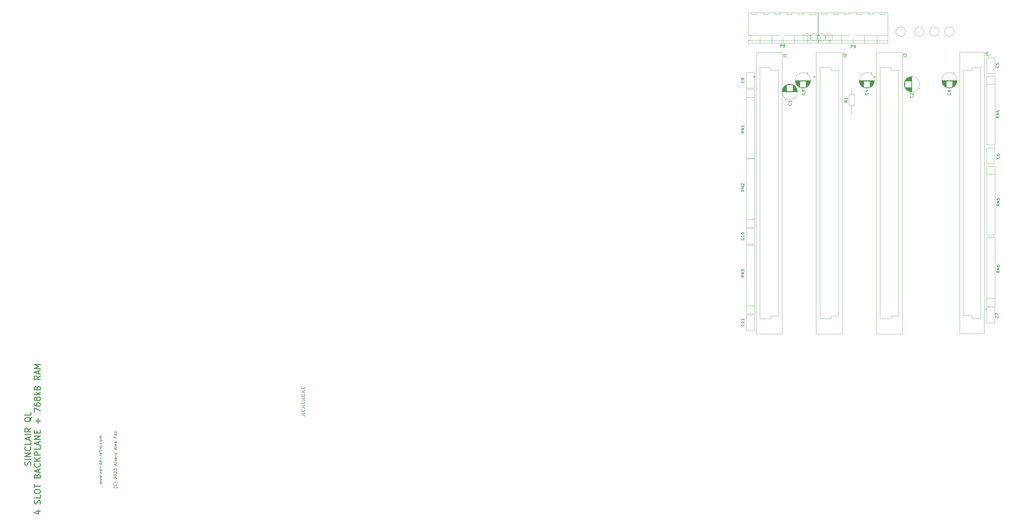
<source format=gbr>
%TF.GenerationSoftware,KiCad,Pcbnew,7.0.8+1*%
%TF.CreationDate,2023-11-05T23:31:33+01:00*%
%TF.ProjectId,QL_qplane,514c5f71-706c-4616-9e65-2e6b69636164,0.1*%
%TF.SameCoordinates,Original*%
%TF.FileFunction,Legend,Top*%
%TF.FilePolarity,Positive*%
%FSLAX46Y46*%
G04 Gerber Fmt 4.6, Leading zero omitted, Abs format (unit mm)*
G04 Created by KiCad (PCBNEW 7.0.8+1) date 2023-11-05 23:31:33*
%MOMM*%
%LPD*%
G01*
G04 APERTURE LIST*
%ADD10C,0.150000*%
%ADD11C,0.300000*%
%ADD12C,0.120000*%
G04 APERTURE END LIST*
D10*
X-73475180Y-177339048D02*
X-72760895Y-177339048D01*
X-72760895Y-177339048D02*
X-72618038Y-177386667D01*
X-72618038Y-177386667D02*
X-72522800Y-177481905D01*
X-72522800Y-177481905D02*
X-72475180Y-177624762D01*
X-72475180Y-177624762D02*
X-72475180Y-177720000D01*
X-72475180Y-176386667D02*
X-72475180Y-176862857D01*
X-72475180Y-176862857D02*
X-73475180Y-176862857D01*
X-72570419Y-175481905D02*
X-72522800Y-175529524D01*
X-72522800Y-175529524D02*
X-72475180Y-175672381D01*
X-72475180Y-175672381D02*
X-72475180Y-175767619D01*
X-72475180Y-175767619D02*
X-72522800Y-175910476D01*
X-72522800Y-175910476D02*
X-72618038Y-176005714D01*
X-72618038Y-176005714D02*
X-72713276Y-176053333D01*
X-72713276Y-176053333D02*
X-72903752Y-176100952D01*
X-72903752Y-176100952D02*
X-73046609Y-176100952D01*
X-73046609Y-176100952D02*
X-73237085Y-176053333D01*
X-73237085Y-176053333D02*
X-73332323Y-176005714D01*
X-73332323Y-176005714D02*
X-73427561Y-175910476D01*
X-73427561Y-175910476D02*
X-73475180Y-175767619D01*
X-73475180Y-175767619D02*
X-73475180Y-175672381D01*
X-73475180Y-175672381D02*
X-73427561Y-175529524D01*
X-73427561Y-175529524D02*
X-73379942Y-175481905D01*
X-73475180Y-174767619D02*
X-72760895Y-174767619D01*
X-72760895Y-174767619D02*
X-72618038Y-174815238D01*
X-72618038Y-174815238D02*
X-72522800Y-174910476D01*
X-72522800Y-174910476D02*
X-72475180Y-175053333D01*
X-72475180Y-175053333D02*
X-72475180Y-175148571D01*
X-72475180Y-173815238D02*
X-72475180Y-174291428D01*
X-72475180Y-174291428D02*
X-73475180Y-174291428D01*
X-72570419Y-172910476D02*
X-72522800Y-172958095D01*
X-72522800Y-172958095D02*
X-72475180Y-173100952D01*
X-72475180Y-173100952D02*
X-72475180Y-173196190D01*
X-72475180Y-173196190D02*
X-72522800Y-173339047D01*
X-72522800Y-173339047D02*
X-72618038Y-173434285D01*
X-72618038Y-173434285D02*
X-72713276Y-173481904D01*
X-72713276Y-173481904D02*
X-72903752Y-173529523D01*
X-72903752Y-173529523D02*
X-73046609Y-173529523D01*
X-73046609Y-173529523D02*
X-73237085Y-173481904D01*
X-73237085Y-173481904D02*
X-73332323Y-173434285D01*
X-73332323Y-173434285D02*
X-73427561Y-173339047D01*
X-73427561Y-173339047D02*
X-73475180Y-173196190D01*
X-73475180Y-173196190D02*
X-73475180Y-173100952D01*
X-73475180Y-173100952D02*
X-73427561Y-172958095D01*
X-73427561Y-172958095D02*
X-73379942Y-172910476D01*
X-73475180Y-172196190D02*
X-72760895Y-172196190D01*
X-72760895Y-172196190D02*
X-72618038Y-172243809D01*
X-72618038Y-172243809D02*
X-72522800Y-172339047D01*
X-72522800Y-172339047D02*
X-72475180Y-172481904D01*
X-72475180Y-172481904D02*
X-72475180Y-172577142D01*
X-72475180Y-171243809D02*
X-72475180Y-171719999D01*
X-72475180Y-171719999D02*
X-73475180Y-171719999D01*
X-72570419Y-170339047D02*
X-72522800Y-170386666D01*
X-72522800Y-170386666D02*
X-72475180Y-170529523D01*
X-72475180Y-170529523D02*
X-72475180Y-170624761D01*
X-72475180Y-170624761D02*
X-72522800Y-170767618D01*
X-72522800Y-170767618D02*
X-72618038Y-170862856D01*
X-72618038Y-170862856D02*
X-72713276Y-170910475D01*
X-72713276Y-170910475D02*
X-72903752Y-170958094D01*
X-72903752Y-170958094D02*
X-73046609Y-170958094D01*
X-73046609Y-170958094D02*
X-73237085Y-170910475D01*
X-73237085Y-170910475D02*
X-73332323Y-170862856D01*
X-73332323Y-170862856D02*
X-73427561Y-170767618D01*
X-73427561Y-170767618D02*
X-73475180Y-170624761D01*
X-73475180Y-170624761D02*
X-73475180Y-170529523D01*
X-73475180Y-170529523D02*
X-73427561Y-170386666D01*
X-73427561Y-170386666D02*
X-73379942Y-170339047D01*
X-73475180Y-169624761D02*
X-72760895Y-169624761D01*
X-72760895Y-169624761D02*
X-72618038Y-169672380D01*
X-72618038Y-169672380D02*
X-72522800Y-169767618D01*
X-72522800Y-169767618D02*
X-72475180Y-169910475D01*
X-72475180Y-169910475D02*
X-72475180Y-170005713D01*
X-72475180Y-168672380D02*
X-72475180Y-169148570D01*
X-72475180Y-169148570D02*
X-73475180Y-169148570D01*
X-72570419Y-167767618D02*
X-72522800Y-167815237D01*
X-72522800Y-167815237D02*
X-72475180Y-167958094D01*
X-72475180Y-167958094D02*
X-72475180Y-168053332D01*
X-72475180Y-168053332D02*
X-72522800Y-168196189D01*
X-72522800Y-168196189D02*
X-72618038Y-168291427D01*
X-72618038Y-168291427D02*
X-72713276Y-168339046D01*
X-72713276Y-168339046D02*
X-72903752Y-168386665D01*
X-72903752Y-168386665D02*
X-73046609Y-168386665D01*
X-73046609Y-168386665D02*
X-73237085Y-168339046D01*
X-73237085Y-168339046D02*
X-73332323Y-168291427D01*
X-73332323Y-168291427D02*
X-73427561Y-168196189D01*
X-73427561Y-168196189D02*
X-73475180Y-168053332D01*
X-73475180Y-168053332D02*
X-73475180Y-167958094D01*
X-73475180Y-167958094D02*
X-73427561Y-167815237D01*
X-73427561Y-167815237D02*
X-73379942Y-167767618D01*
D11*
X-165165600Y-194277143D02*
X-165070361Y-193991429D01*
X-165070361Y-193991429D02*
X-165070361Y-193515238D01*
X-165070361Y-193515238D02*
X-165165600Y-193324762D01*
X-165165600Y-193324762D02*
X-165260838Y-193229524D01*
X-165260838Y-193229524D02*
X-165451314Y-193134286D01*
X-165451314Y-193134286D02*
X-165641790Y-193134286D01*
X-165641790Y-193134286D02*
X-165832266Y-193229524D01*
X-165832266Y-193229524D02*
X-165927504Y-193324762D01*
X-165927504Y-193324762D02*
X-166022742Y-193515238D01*
X-166022742Y-193515238D02*
X-166117980Y-193896191D01*
X-166117980Y-193896191D02*
X-166213219Y-194086667D01*
X-166213219Y-194086667D02*
X-166308457Y-194181905D01*
X-166308457Y-194181905D02*
X-166498933Y-194277143D01*
X-166498933Y-194277143D02*
X-166689409Y-194277143D01*
X-166689409Y-194277143D02*
X-166879885Y-194181905D01*
X-166879885Y-194181905D02*
X-166975123Y-194086667D01*
X-166975123Y-194086667D02*
X-167070361Y-193896191D01*
X-167070361Y-193896191D02*
X-167070361Y-193420000D01*
X-167070361Y-193420000D02*
X-166975123Y-193134286D01*
X-165070361Y-192277143D02*
X-167070361Y-192277143D01*
X-165070361Y-191324762D02*
X-167070361Y-191324762D01*
X-167070361Y-191324762D02*
X-165070361Y-190181905D01*
X-165070361Y-190181905D02*
X-167070361Y-190181905D01*
X-165260838Y-188086667D02*
X-165165600Y-188181905D01*
X-165165600Y-188181905D02*
X-165070361Y-188467619D01*
X-165070361Y-188467619D02*
X-165070361Y-188658095D01*
X-165070361Y-188658095D02*
X-165165600Y-188943810D01*
X-165165600Y-188943810D02*
X-165356076Y-189134286D01*
X-165356076Y-189134286D02*
X-165546552Y-189229524D01*
X-165546552Y-189229524D02*
X-165927504Y-189324762D01*
X-165927504Y-189324762D02*
X-166213219Y-189324762D01*
X-166213219Y-189324762D02*
X-166594171Y-189229524D01*
X-166594171Y-189229524D02*
X-166784647Y-189134286D01*
X-166784647Y-189134286D02*
X-166975123Y-188943810D01*
X-166975123Y-188943810D02*
X-167070361Y-188658095D01*
X-167070361Y-188658095D02*
X-167070361Y-188467619D01*
X-167070361Y-188467619D02*
X-166975123Y-188181905D01*
X-166975123Y-188181905D02*
X-166879885Y-188086667D01*
X-165070361Y-186277143D02*
X-165070361Y-187229524D01*
X-165070361Y-187229524D02*
X-167070361Y-187229524D01*
X-165641790Y-185705714D02*
X-165641790Y-184753333D01*
X-165070361Y-185896190D02*
X-167070361Y-185229524D01*
X-167070361Y-185229524D02*
X-165070361Y-184562857D01*
X-165070361Y-183896190D02*
X-167070361Y-183896190D01*
X-165070361Y-181800952D02*
X-166022742Y-182467619D01*
X-165070361Y-182943809D02*
X-167070361Y-182943809D01*
X-167070361Y-182943809D02*
X-167070361Y-182181904D01*
X-167070361Y-182181904D02*
X-166975123Y-181991428D01*
X-166975123Y-181991428D02*
X-166879885Y-181896190D01*
X-166879885Y-181896190D02*
X-166689409Y-181800952D01*
X-166689409Y-181800952D02*
X-166403695Y-181800952D01*
X-166403695Y-181800952D02*
X-166213219Y-181896190D01*
X-166213219Y-181896190D02*
X-166117980Y-181991428D01*
X-166117980Y-181991428D02*
X-166022742Y-182181904D01*
X-166022742Y-182181904D02*
X-166022742Y-182943809D01*
X-164879885Y-178086666D02*
X-164975123Y-178277142D01*
X-164975123Y-178277142D02*
X-165165600Y-178467618D01*
X-165165600Y-178467618D02*
X-165451314Y-178753332D01*
X-165451314Y-178753332D02*
X-165546552Y-178943809D01*
X-165546552Y-178943809D02*
X-165546552Y-179134285D01*
X-165070361Y-179039047D02*
X-165165600Y-179229523D01*
X-165165600Y-179229523D02*
X-165356076Y-179419999D01*
X-165356076Y-179419999D02*
X-165737028Y-179515237D01*
X-165737028Y-179515237D02*
X-166403695Y-179515237D01*
X-166403695Y-179515237D02*
X-166784647Y-179419999D01*
X-166784647Y-179419999D02*
X-166975123Y-179229523D01*
X-166975123Y-179229523D02*
X-167070361Y-179039047D01*
X-167070361Y-179039047D02*
X-167070361Y-178658094D01*
X-167070361Y-178658094D02*
X-166975123Y-178467618D01*
X-166975123Y-178467618D02*
X-166784647Y-178277142D01*
X-166784647Y-178277142D02*
X-166403695Y-178181904D01*
X-166403695Y-178181904D02*
X-165737028Y-178181904D01*
X-165737028Y-178181904D02*
X-165356076Y-178277142D01*
X-165356076Y-178277142D02*
X-165165600Y-178467618D01*
X-165165600Y-178467618D02*
X-165070361Y-178658094D01*
X-165070361Y-178658094D02*
X-165070361Y-179039047D01*
X-165070361Y-176372380D02*
X-165070361Y-177324761D01*
X-165070361Y-177324761D02*
X-167070361Y-177324761D01*
X-163183695Y-209800954D02*
X-161850361Y-209800954D01*
X-163945600Y-210277145D02*
X-162517028Y-210753335D01*
X-162517028Y-210753335D02*
X-162517028Y-209515240D01*
X-161945600Y-207324763D02*
X-161850361Y-207039049D01*
X-161850361Y-207039049D02*
X-161850361Y-206562858D01*
X-161850361Y-206562858D02*
X-161945600Y-206372382D01*
X-161945600Y-206372382D02*
X-162040838Y-206277144D01*
X-162040838Y-206277144D02*
X-162231314Y-206181906D01*
X-162231314Y-206181906D02*
X-162421790Y-206181906D01*
X-162421790Y-206181906D02*
X-162612266Y-206277144D01*
X-162612266Y-206277144D02*
X-162707504Y-206372382D01*
X-162707504Y-206372382D02*
X-162802742Y-206562858D01*
X-162802742Y-206562858D02*
X-162897980Y-206943811D01*
X-162897980Y-206943811D02*
X-162993219Y-207134287D01*
X-162993219Y-207134287D02*
X-163088457Y-207229525D01*
X-163088457Y-207229525D02*
X-163278933Y-207324763D01*
X-163278933Y-207324763D02*
X-163469409Y-207324763D01*
X-163469409Y-207324763D02*
X-163659885Y-207229525D01*
X-163659885Y-207229525D02*
X-163755123Y-207134287D01*
X-163755123Y-207134287D02*
X-163850361Y-206943811D01*
X-163850361Y-206943811D02*
X-163850361Y-206467620D01*
X-163850361Y-206467620D02*
X-163755123Y-206181906D01*
X-161850361Y-204372382D02*
X-161850361Y-205324763D01*
X-161850361Y-205324763D02*
X-163850361Y-205324763D01*
X-163850361Y-203324763D02*
X-163850361Y-202943810D01*
X-163850361Y-202943810D02*
X-163755123Y-202753334D01*
X-163755123Y-202753334D02*
X-163564647Y-202562858D01*
X-163564647Y-202562858D02*
X-163183695Y-202467620D01*
X-163183695Y-202467620D02*
X-162517028Y-202467620D01*
X-162517028Y-202467620D02*
X-162136076Y-202562858D01*
X-162136076Y-202562858D02*
X-161945600Y-202753334D01*
X-161945600Y-202753334D02*
X-161850361Y-202943810D01*
X-161850361Y-202943810D02*
X-161850361Y-203324763D01*
X-161850361Y-203324763D02*
X-161945600Y-203515239D01*
X-161945600Y-203515239D02*
X-162136076Y-203705715D01*
X-162136076Y-203705715D02*
X-162517028Y-203800953D01*
X-162517028Y-203800953D02*
X-163183695Y-203800953D01*
X-163183695Y-203800953D02*
X-163564647Y-203705715D01*
X-163564647Y-203705715D02*
X-163755123Y-203515239D01*
X-163755123Y-203515239D02*
X-163850361Y-203324763D01*
X-163850361Y-201896191D02*
X-163850361Y-200753334D01*
X-161850361Y-201324763D02*
X-163850361Y-201324763D01*
X-162897980Y-197896190D02*
X-162802742Y-197610476D01*
X-162802742Y-197610476D02*
X-162707504Y-197515238D01*
X-162707504Y-197515238D02*
X-162517028Y-197420000D01*
X-162517028Y-197420000D02*
X-162231314Y-197420000D01*
X-162231314Y-197420000D02*
X-162040838Y-197515238D01*
X-162040838Y-197515238D02*
X-161945600Y-197610476D01*
X-161945600Y-197610476D02*
X-161850361Y-197800952D01*
X-161850361Y-197800952D02*
X-161850361Y-198562857D01*
X-161850361Y-198562857D02*
X-163850361Y-198562857D01*
X-163850361Y-198562857D02*
X-163850361Y-197896190D01*
X-163850361Y-197896190D02*
X-163755123Y-197705714D01*
X-163755123Y-197705714D02*
X-163659885Y-197610476D01*
X-163659885Y-197610476D02*
X-163469409Y-197515238D01*
X-163469409Y-197515238D02*
X-163278933Y-197515238D01*
X-163278933Y-197515238D02*
X-163088457Y-197610476D01*
X-163088457Y-197610476D02*
X-162993219Y-197705714D01*
X-162993219Y-197705714D02*
X-162897980Y-197896190D01*
X-162897980Y-197896190D02*
X-162897980Y-198562857D01*
X-162421790Y-196658095D02*
X-162421790Y-195705714D01*
X-161850361Y-196848571D02*
X-163850361Y-196181905D01*
X-163850361Y-196181905D02*
X-161850361Y-195515238D01*
X-162040838Y-193705714D02*
X-161945600Y-193800952D01*
X-161945600Y-193800952D02*
X-161850361Y-194086666D01*
X-161850361Y-194086666D02*
X-161850361Y-194277142D01*
X-161850361Y-194277142D02*
X-161945600Y-194562857D01*
X-161945600Y-194562857D02*
X-162136076Y-194753333D01*
X-162136076Y-194753333D02*
X-162326552Y-194848571D01*
X-162326552Y-194848571D02*
X-162707504Y-194943809D01*
X-162707504Y-194943809D02*
X-162993219Y-194943809D01*
X-162993219Y-194943809D02*
X-163374171Y-194848571D01*
X-163374171Y-194848571D02*
X-163564647Y-194753333D01*
X-163564647Y-194753333D02*
X-163755123Y-194562857D01*
X-163755123Y-194562857D02*
X-163850361Y-194277142D01*
X-163850361Y-194277142D02*
X-163850361Y-194086666D01*
X-163850361Y-194086666D02*
X-163755123Y-193800952D01*
X-163755123Y-193800952D02*
X-163659885Y-193705714D01*
X-161850361Y-192848571D02*
X-163850361Y-192848571D01*
X-161850361Y-191705714D02*
X-162993219Y-192562857D01*
X-163850361Y-191705714D02*
X-162707504Y-192848571D01*
X-161850361Y-190848571D02*
X-163850361Y-190848571D01*
X-163850361Y-190848571D02*
X-163850361Y-190086666D01*
X-163850361Y-190086666D02*
X-163755123Y-189896190D01*
X-163755123Y-189896190D02*
X-163659885Y-189800952D01*
X-163659885Y-189800952D02*
X-163469409Y-189705714D01*
X-163469409Y-189705714D02*
X-163183695Y-189705714D01*
X-163183695Y-189705714D02*
X-162993219Y-189800952D01*
X-162993219Y-189800952D02*
X-162897980Y-189896190D01*
X-162897980Y-189896190D02*
X-162802742Y-190086666D01*
X-162802742Y-190086666D02*
X-162802742Y-190848571D01*
X-161850361Y-187896190D02*
X-161850361Y-188848571D01*
X-161850361Y-188848571D02*
X-163850361Y-188848571D01*
X-162421790Y-187324761D02*
X-162421790Y-186372380D01*
X-161850361Y-187515237D02*
X-163850361Y-186848571D01*
X-163850361Y-186848571D02*
X-161850361Y-186181904D01*
X-161850361Y-185515237D02*
X-163850361Y-185515237D01*
X-163850361Y-185515237D02*
X-161850361Y-184372380D01*
X-161850361Y-184372380D02*
X-163850361Y-184372380D01*
X-162897980Y-183419999D02*
X-162897980Y-182753332D01*
X-161850361Y-182467618D02*
X-161850361Y-183419999D01*
X-161850361Y-183419999D02*
X-163850361Y-183419999D01*
X-163850361Y-183419999D02*
X-163850361Y-182467618D01*
X-162612266Y-180086665D02*
X-162612266Y-178562856D01*
X-161850361Y-179324760D02*
X-163374171Y-179324760D01*
X-163850361Y-176277141D02*
X-163850361Y-174943808D01*
X-163850361Y-174943808D02*
X-161850361Y-175800951D01*
X-163850361Y-173324760D02*
X-163850361Y-173705713D01*
X-163850361Y-173705713D02*
X-163755123Y-173896189D01*
X-163755123Y-173896189D02*
X-163659885Y-173991427D01*
X-163659885Y-173991427D02*
X-163374171Y-174181903D01*
X-163374171Y-174181903D02*
X-162993219Y-174277141D01*
X-162993219Y-174277141D02*
X-162231314Y-174277141D01*
X-162231314Y-174277141D02*
X-162040838Y-174181903D01*
X-162040838Y-174181903D02*
X-161945600Y-174086665D01*
X-161945600Y-174086665D02*
X-161850361Y-173896189D01*
X-161850361Y-173896189D02*
X-161850361Y-173515236D01*
X-161850361Y-173515236D02*
X-161945600Y-173324760D01*
X-161945600Y-173324760D02*
X-162040838Y-173229522D01*
X-162040838Y-173229522D02*
X-162231314Y-173134284D01*
X-162231314Y-173134284D02*
X-162707504Y-173134284D01*
X-162707504Y-173134284D02*
X-162897980Y-173229522D01*
X-162897980Y-173229522D02*
X-162993219Y-173324760D01*
X-162993219Y-173324760D02*
X-163088457Y-173515236D01*
X-163088457Y-173515236D02*
X-163088457Y-173896189D01*
X-163088457Y-173896189D02*
X-162993219Y-174086665D01*
X-162993219Y-174086665D02*
X-162897980Y-174181903D01*
X-162897980Y-174181903D02*
X-162707504Y-174277141D01*
X-162993219Y-171991427D02*
X-163088457Y-172181903D01*
X-163088457Y-172181903D02*
X-163183695Y-172277141D01*
X-163183695Y-172277141D02*
X-163374171Y-172372379D01*
X-163374171Y-172372379D02*
X-163469409Y-172372379D01*
X-163469409Y-172372379D02*
X-163659885Y-172277141D01*
X-163659885Y-172277141D02*
X-163755123Y-172181903D01*
X-163755123Y-172181903D02*
X-163850361Y-171991427D01*
X-163850361Y-171991427D02*
X-163850361Y-171610474D01*
X-163850361Y-171610474D02*
X-163755123Y-171419998D01*
X-163755123Y-171419998D02*
X-163659885Y-171324760D01*
X-163659885Y-171324760D02*
X-163469409Y-171229522D01*
X-163469409Y-171229522D02*
X-163374171Y-171229522D01*
X-163374171Y-171229522D02*
X-163183695Y-171324760D01*
X-163183695Y-171324760D02*
X-163088457Y-171419998D01*
X-163088457Y-171419998D02*
X-162993219Y-171610474D01*
X-162993219Y-171610474D02*
X-162993219Y-171991427D01*
X-162993219Y-171991427D02*
X-162897980Y-172181903D01*
X-162897980Y-172181903D02*
X-162802742Y-172277141D01*
X-162802742Y-172277141D02*
X-162612266Y-172372379D01*
X-162612266Y-172372379D02*
X-162231314Y-172372379D01*
X-162231314Y-172372379D02*
X-162040838Y-172277141D01*
X-162040838Y-172277141D02*
X-161945600Y-172181903D01*
X-161945600Y-172181903D02*
X-161850361Y-171991427D01*
X-161850361Y-171991427D02*
X-161850361Y-171610474D01*
X-161850361Y-171610474D02*
X-161945600Y-171419998D01*
X-161945600Y-171419998D02*
X-162040838Y-171324760D01*
X-162040838Y-171324760D02*
X-162231314Y-171229522D01*
X-162231314Y-171229522D02*
X-162612266Y-171229522D01*
X-162612266Y-171229522D02*
X-162802742Y-171324760D01*
X-162802742Y-171324760D02*
X-162897980Y-171419998D01*
X-162897980Y-171419998D02*
X-162993219Y-171610474D01*
X-161850361Y-170372379D02*
X-163850361Y-170372379D01*
X-162612266Y-170181903D02*
X-161850361Y-169610474D01*
X-163183695Y-169610474D02*
X-162421790Y-170372379D01*
X-162897980Y-168086664D02*
X-162802742Y-167800950D01*
X-162802742Y-167800950D02*
X-162707504Y-167705712D01*
X-162707504Y-167705712D02*
X-162517028Y-167610474D01*
X-162517028Y-167610474D02*
X-162231314Y-167610474D01*
X-162231314Y-167610474D02*
X-162040838Y-167705712D01*
X-162040838Y-167705712D02*
X-161945600Y-167800950D01*
X-161945600Y-167800950D02*
X-161850361Y-167991426D01*
X-161850361Y-167991426D02*
X-161850361Y-168753331D01*
X-161850361Y-168753331D02*
X-163850361Y-168753331D01*
X-163850361Y-168753331D02*
X-163850361Y-168086664D01*
X-163850361Y-168086664D02*
X-163755123Y-167896188D01*
X-163755123Y-167896188D02*
X-163659885Y-167800950D01*
X-163659885Y-167800950D02*
X-163469409Y-167705712D01*
X-163469409Y-167705712D02*
X-163278933Y-167705712D01*
X-163278933Y-167705712D02*
X-163088457Y-167800950D01*
X-163088457Y-167800950D02*
X-162993219Y-167896188D01*
X-162993219Y-167896188D02*
X-162897980Y-168086664D01*
X-162897980Y-168086664D02*
X-162897980Y-168753331D01*
X-161850361Y-164086664D02*
X-162802742Y-164753331D01*
X-161850361Y-165229521D02*
X-163850361Y-165229521D01*
X-163850361Y-165229521D02*
X-163850361Y-164467616D01*
X-163850361Y-164467616D02*
X-163755123Y-164277140D01*
X-163755123Y-164277140D02*
X-163659885Y-164181902D01*
X-163659885Y-164181902D02*
X-163469409Y-164086664D01*
X-163469409Y-164086664D02*
X-163183695Y-164086664D01*
X-163183695Y-164086664D02*
X-162993219Y-164181902D01*
X-162993219Y-164181902D02*
X-162897980Y-164277140D01*
X-162897980Y-164277140D02*
X-162802742Y-164467616D01*
X-162802742Y-164467616D02*
X-162802742Y-165229521D01*
X-162421790Y-163324759D02*
X-162421790Y-162372378D01*
X-161850361Y-163515235D02*
X-163850361Y-162848569D01*
X-163850361Y-162848569D02*
X-161850361Y-162181902D01*
X-161850361Y-161515235D02*
X-163850361Y-161515235D01*
X-163850361Y-161515235D02*
X-162421790Y-160848568D01*
X-162421790Y-160848568D02*
X-163850361Y-160181902D01*
X-163850361Y-160181902D02*
X-161850361Y-160181902D01*
D10*
X-141721847Y-200595475D02*
X-141055180Y-200404999D01*
X-141055180Y-200404999D02*
X-141531371Y-200214523D01*
X-141531371Y-200214523D02*
X-141055180Y-200024047D01*
X-141055180Y-200024047D02*
X-141721847Y-199833571D01*
X-141721847Y-199547856D02*
X-141055180Y-199357380D01*
X-141055180Y-199357380D02*
X-141531371Y-199166904D01*
X-141531371Y-199166904D02*
X-141055180Y-198976428D01*
X-141055180Y-198976428D02*
X-141721847Y-198785952D01*
X-141721847Y-198500237D02*
X-141055180Y-198309761D01*
X-141055180Y-198309761D02*
X-141531371Y-198119285D01*
X-141531371Y-198119285D02*
X-141055180Y-197928809D01*
X-141055180Y-197928809D02*
X-141721847Y-197738333D01*
X-141150419Y-197357380D02*
X-141102800Y-197309761D01*
X-141102800Y-197309761D02*
X-141055180Y-197357380D01*
X-141055180Y-197357380D02*
X-141102800Y-197404999D01*
X-141102800Y-197404999D02*
X-141150419Y-197357380D01*
X-141150419Y-197357380D02*
X-141055180Y-197357380D01*
X-141721847Y-196976428D02*
X-141055180Y-196738333D01*
X-141055180Y-196738333D02*
X-141721847Y-196500238D01*
X-141055180Y-195690714D02*
X-141578990Y-195690714D01*
X-141578990Y-195690714D02*
X-141674228Y-195738333D01*
X-141674228Y-195738333D02*
X-141721847Y-195833571D01*
X-141721847Y-195833571D02*
X-141721847Y-196024047D01*
X-141721847Y-196024047D02*
X-141674228Y-196119285D01*
X-141102800Y-195690714D02*
X-141055180Y-195785952D01*
X-141055180Y-195785952D02*
X-141055180Y-196024047D01*
X-141055180Y-196024047D02*
X-141102800Y-196119285D01*
X-141102800Y-196119285D02*
X-141198038Y-196166904D01*
X-141198038Y-196166904D02*
X-141293276Y-196166904D01*
X-141293276Y-196166904D02*
X-141388514Y-196119285D01*
X-141388514Y-196119285D02*
X-141436133Y-196024047D01*
X-141436133Y-196024047D02*
X-141436133Y-195785952D01*
X-141436133Y-195785952D02*
X-141483752Y-195690714D01*
X-141436133Y-195214523D02*
X-141436133Y-194452619D01*
X-141055180Y-193547857D02*
X-142055180Y-193547857D01*
X-141102800Y-193547857D02*
X-141055180Y-193643095D01*
X-141055180Y-193643095D02*
X-141055180Y-193833571D01*
X-141055180Y-193833571D02*
X-141102800Y-193928809D01*
X-141102800Y-193928809D02*
X-141150419Y-193976428D01*
X-141150419Y-193976428D02*
X-141245657Y-194024047D01*
X-141245657Y-194024047D02*
X-141531371Y-194024047D01*
X-141531371Y-194024047D02*
X-141626609Y-193976428D01*
X-141626609Y-193976428D02*
X-141674228Y-193928809D01*
X-141674228Y-193928809D02*
X-141721847Y-193833571D01*
X-141721847Y-193833571D02*
X-141721847Y-193643095D01*
X-141721847Y-193643095D02*
X-141674228Y-193547857D01*
X-141102800Y-192690714D02*
X-141055180Y-192785952D01*
X-141055180Y-192785952D02*
X-141055180Y-192976428D01*
X-141055180Y-192976428D02*
X-141102800Y-193071666D01*
X-141102800Y-193071666D02*
X-141198038Y-193119285D01*
X-141198038Y-193119285D02*
X-141578990Y-193119285D01*
X-141578990Y-193119285D02*
X-141674228Y-193071666D01*
X-141674228Y-193071666D02*
X-141721847Y-192976428D01*
X-141721847Y-192976428D02*
X-141721847Y-192785952D01*
X-141721847Y-192785952D02*
X-141674228Y-192690714D01*
X-141674228Y-192690714D02*
X-141578990Y-192643095D01*
X-141578990Y-192643095D02*
X-141483752Y-192643095D01*
X-141483752Y-192643095D02*
X-141388514Y-193119285D01*
X-141436133Y-192214523D02*
X-141436133Y-191452619D01*
X-141055180Y-190976428D02*
X-141721847Y-190976428D01*
X-141531371Y-190976428D02*
X-141626609Y-190928809D01*
X-141626609Y-190928809D02*
X-141674228Y-190881190D01*
X-141674228Y-190881190D02*
X-141721847Y-190785952D01*
X-141721847Y-190785952D02*
X-141721847Y-190690714D01*
X-141102800Y-189976428D02*
X-141055180Y-190071666D01*
X-141055180Y-190071666D02*
X-141055180Y-190262142D01*
X-141055180Y-190262142D02*
X-141102800Y-190357380D01*
X-141102800Y-190357380D02*
X-141198038Y-190404999D01*
X-141198038Y-190404999D02*
X-141578990Y-190404999D01*
X-141578990Y-190404999D02*
X-141674228Y-190357380D01*
X-141674228Y-190357380D02*
X-141721847Y-190262142D01*
X-141721847Y-190262142D02*
X-141721847Y-190071666D01*
X-141721847Y-190071666D02*
X-141674228Y-189976428D01*
X-141674228Y-189976428D02*
X-141578990Y-189928809D01*
X-141578990Y-189928809D02*
X-141483752Y-189928809D01*
X-141483752Y-189928809D02*
X-141388514Y-190404999D01*
X-141721847Y-189643094D02*
X-141721847Y-189262142D01*
X-142055180Y-189500237D02*
X-141198038Y-189500237D01*
X-141198038Y-189500237D02*
X-141102800Y-189452618D01*
X-141102800Y-189452618D02*
X-141055180Y-189357380D01*
X-141055180Y-189357380D02*
X-141055180Y-189262142D01*
X-141055180Y-188928808D02*
X-141721847Y-188928808D01*
X-141531371Y-188928808D02*
X-141626609Y-188881189D01*
X-141626609Y-188881189D02*
X-141674228Y-188833570D01*
X-141674228Y-188833570D02*
X-141721847Y-188738332D01*
X-141721847Y-188738332D02*
X-141721847Y-188643094D01*
X-141055180Y-188166903D02*
X-141102800Y-188262141D01*
X-141102800Y-188262141D02*
X-141150419Y-188309760D01*
X-141150419Y-188309760D02*
X-141245657Y-188357379D01*
X-141245657Y-188357379D02*
X-141531371Y-188357379D01*
X-141531371Y-188357379D02*
X-141626609Y-188309760D01*
X-141626609Y-188309760D02*
X-141674228Y-188262141D01*
X-141674228Y-188262141D02*
X-141721847Y-188166903D01*
X-141721847Y-188166903D02*
X-141721847Y-188024046D01*
X-141721847Y-188024046D02*
X-141674228Y-187928808D01*
X-141674228Y-187928808D02*
X-141626609Y-187881189D01*
X-141626609Y-187881189D02*
X-141531371Y-187833570D01*
X-141531371Y-187833570D02*
X-141245657Y-187833570D01*
X-141245657Y-187833570D02*
X-141150419Y-187881189D01*
X-141150419Y-187881189D02*
X-141102800Y-187928808D01*
X-141102800Y-187928808D02*
X-141055180Y-188024046D01*
X-141055180Y-188024046D02*
X-141055180Y-188166903D01*
X-141150419Y-187404998D02*
X-141102800Y-187357379D01*
X-141102800Y-187357379D02*
X-141055180Y-187404998D01*
X-141055180Y-187404998D02*
X-141102800Y-187452617D01*
X-141102800Y-187452617D02*
X-141150419Y-187404998D01*
X-141150419Y-187404998D02*
X-141055180Y-187404998D01*
X-141102800Y-186500237D02*
X-141055180Y-186595475D01*
X-141055180Y-186595475D02*
X-141055180Y-186785951D01*
X-141055180Y-186785951D02*
X-141102800Y-186881189D01*
X-141102800Y-186881189D02*
X-141150419Y-186928808D01*
X-141150419Y-186928808D02*
X-141245657Y-186976427D01*
X-141245657Y-186976427D02*
X-141531371Y-186976427D01*
X-141531371Y-186976427D02*
X-141626609Y-186928808D01*
X-141626609Y-186928808D02*
X-141674228Y-186881189D01*
X-141674228Y-186881189D02*
X-141721847Y-186785951D01*
X-141721847Y-186785951D02*
X-141721847Y-186595475D01*
X-141721847Y-186595475D02*
X-141674228Y-186500237D01*
X-141055180Y-185928808D02*
X-141102800Y-186024046D01*
X-141102800Y-186024046D02*
X-141150419Y-186071665D01*
X-141150419Y-186071665D02*
X-141245657Y-186119284D01*
X-141245657Y-186119284D02*
X-141531371Y-186119284D01*
X-141531371Y-186119284D02*
X-141626609Y-186071665D01*
X-141626609Y-186071665D02*
X-141674228Y-186024046D01*
X-141674228Y-186024046D02*
X-141721847Y-185928808D01*
X-141721847Y-185928808D02*
X-141721847Y-185785951D01*
X-141721847Y-185785951D02*
X-141674228Y-185690713D01*
X-141674228Y-185690713D02*
X-141626609Y-185643094D01*
X-141626609Y-185643094D02*
X-141531371Y-185595475D01*
X-141531371Y-185595475D02*
X-141245657Y-185595475D01*
X-141245657Y-185595475D02*
X-141150419Y-185643094D01*
X-141150419Y-185643094D02*
X-141102800Y-185690713D01*
X-141102800Y-185690713D02*
X-141055180Y-185785951D01*
X-141055180Y-185785951D02*
X-141055180Y-185928808D01*
X-141055180Y-185166903D02*
X-141721847Y-185166903D01*
X-141626609Y-185166903D02*
X-141674228Y-185119284D01*
X-141674228Y-185119284D02*
X-141721847Y-185024046D01*
X-141721847Y-185024046D02*
X-141721847Y-184881189D01*
X-141721847Y-184881189D02*
X-141674228Y-184785951D01*
X-141674228Y-184785951D02*
X-141578990Y-184738332D01*
X-141578990Y-184738332D02*
X-141055180Y-184738332D01*
X-141578990Y-184738332D02*
X-141674228Y-184690713D01*
X-141674228Y-184690713D02*
X-141721847Y-184595475D01*
X-141721847Y-184595475D02*
X-141721847Y-184452618D01*
X-141721847Y-184452618D02*
X-141674228Y-184357379D01*
X-141674228Y-184357379D02*
X-141578990Y-184309760D01*
X-141578990Y-184309760D02*
X-141055180Y-184309760D01*
X-135594228Y-201619287D02*
X-135641847Y-201666906D01*
X-135641847Y-201666906D02*
X-135784704Y-201762144D01*
X-135784704Y-201762144D02*
X-135879942Y-201809763D01*
X-135879942Y-201809763D02*
X-136022800Y-201857382D01*
X-136022800Y-201857382D02*
X-136260895Y-201905001D01*
X-136260895Y-201905001D02*
X-136451371Y-201905001D01*
X-136451371Y-201905001D02*
X-136689466Y-201857382D01*
X-136689466Y-201857382D02*
X-136832323Y-201809763D01*
X-136832323Y-201809763D02*
X-136927561Y-201762144D01*
X-136927561Y-201762144D02*
X-137070419Y-201666906D01*
X-137070419Y-201666906D02*
X-137118038Y-201619287D01*
X-136070419Y-200666906D02*
X-136022800Y-200714525D01*
X-136022800Y-200714525D02*
X-135975180Y-200857382D01*
X-135975180Y-200857382D02*
X-135975180Y-200952620D01*
X-135975180Y-200952620D02*
X-136022800Y-201095477D01*
X-136022800Y-201095477D02*
X-136118038Y-201190715D01*
X-136118038Y-201190715D02*
X-136213276Y-201238334D01*
X-136213276Y-201238334D02*
X-136403752Y-201285953D01*
X-136403752Y-201285953D02*
X-136546609Y-201285953D01*
X-136546609Y-201285953D02*
X-136737085Y-201238334D01*
X-136737085Y-201238334D02*
X-136832323Y-201190715D01*
X-136832323Y-201190715D02*
X-136927561Y-201095477D01*
X-136927561Y-201095477D02*
X-136975180Y-200952620D01*
X-136975180Y-200952620D02*
X-136975180Y-200857382D01*
X-136975180Y-200857382D02*
X-136927561Y-200714525D01*
X-136927561Y-200714525D02*
X-136879942Y-200666906D01*
X-135594228Y-200333572D02*
X-135641847Y-200285953D01*
X-135641847Y-200285953D02*
X-135784704Y-200190715D01*
X-135784704Y-200190715D02*
X-135879942Y-200143096D01*
X-135879942Y-200143096D02*
X-136022800Y-200095477D01*
X-136022800Y-200095477D02*
X-136260895Y-200047858D01*
X-136260895Y-200047858D02*
X-136451371Y-200047858D01*
X-136451371Y-200047858D02*
X-136689466Y-200095477D01*
X-136689466Y-200095477D02*
X-136832323Y-200143096D01*
X-136832323Y-200143096D02*
X-136927561Y-200190715D01*
X-136927561Y-200190715D02*
X-137070419Y-200285953D01*
X-137070419Y-200285953D02*
X-137118038Y-200333572D01*
X-136879942Y-198857381D02*
X-136927561Y-198809762D01*
X-136927561Y-198809762D02*
X-136975180Y-198714524D01*
X-136975180Y-198714524D02*
X-136975180Y-198476429D01*
X-136975180Y-198476429D02*
X-136927561Y-198381191D01*
X-136927561Y-198381191D02*
X-136879942Y-198333572D01*
X-136879942Y-198333572D02*
X-136784704Y-198285953D01*
X-136784704Y-198285953D02*
X-136689466Y-198285953D01*
X-136689466Y-198285953D02*
X-136546609Y-198333572D01*
X-136546609Y-198333572D02*
X-135975180Y-198905000D01*
X-135975180Y-198905000D02*
X-135975180Y-198285953D01*
X-136975180Y-197666905D02*
X-136975180Y-197571667D01*
X-136975180Y-197571667D02*
X-136927561Y-197476429D01*
X-136927561Y-197476429D02*
X-136879942Y-197428810D01*
X-136879942Y-197428810D02*
X-136784704Y-197381191D01*
X-136784704Y-197381191D02*
X-136594228Y-197333572D01*
X-136594228Y-197333572D02*
X-136356133Y-197333572D01*
X-136356133Y-197333572D02*
X-136165657Y-197381191D01*
X-136165657Y-197381191D02*
X-136070419Y-197428810D01*
X-136070419Y-197428810D02*
X-136022800Y-197476429D01*
X-136022800Y-197476429D02*
X-135975180Y-197571667D01*
X-135975180Y-197571667D02*
X-135975180Y-197666905D01*
X-135975180Y-197666905D02*
X-136022800Y-197762143D01*
X-136022800Y-197762143D02*
X-136070419Y-197809762D01*
X-136070419Y-197809762D02*
X-136165657Y-197857381D01*
X-136165657Y-197857381D02*
X-136356133Y-197905000D01*
X-136356133Y-197905000D02*
X-136594228Y-197905000D01*
X-136594228Y-197905000D02*
X-136784704Y-197857381D01*
X-136784704Y-197857381D02*
X-136879942Y-197809762D01*
X-136879942Y-197809762D02*
X-136927561Y-197762143D01*
X-136927561Y-197762143D02*
X-136975180Y-197666905D01*
X-136879942Y-196952619D02*
X-136927561Y-196905000D01*
X-136927561Y-196905000D02*
X-136975180Y-196809762D01*
X-136975180Y-196809762D02*
X-136975180Y-196571667D01*
X-136975180Y-196571667D02*
X-136927561Y-196476429D01*
X-136927561Y-196476429D02*
X-136879942Y-196428810D01*
X-136879942Y-196428810D02*
X-136784704Y-196381191D01*
X-136784704Y-196381191D02*
X-136689466Y-196381191D01*
X-136689466Y-196381191D02*
X-136546609Y-196428810D01*
X-136546609Y-196428810D02*
X-135975180Y-197000238D01*
X-135975180Y-197000238D02*
X-135975180Y-196381191D01*
X-136975180Y-196047857D02*
X-136975180Y-195428810D01*
X-136975180Y-195428810D02*
X-136594228Y-195762143D01*
X-136594228Y-195762143D02*
X-136594228Y-195619286D01*
X-136594228Y-195619286D02*
X-136546609Y-195524048D01*
X-136546609Y-195524048D02*
X-136498990Y-195476429D01*
X-136498990Y-195476429D02*
X-136403752Y-195428810D01*
X-136403752Y-195428810D02*
X-136165657Y-195428810D01*
X-136165657Y-195428810D02*
X-136070419Y-195476429D01*
X-136070419Y-195476429D02*
X-136022800Y-195524048D01*
X-136022800Y-195524048D02*
X-135975180Y-195619286D01*
X-135975180Y-195619286D02*
X-135975180Y-195905000D01*
X-135975180Y-195905000D02*
X-136022800Y-196000238D01*
X-136022800Y-196000238D02*
X-136070419Y-196047857D01*
X-136260895Y-194285952D02*
X-136260895Y-193809762D01*
X-135975180Y-194381190D02*
X-136975180Y-194047857D01*
X-136975180Y-194047857D02*
X-135975180Y-193714524D01*
X-135975180Y-193238333D02*
X-136022800Y-193333571D01*
X-136022800Y-193333571D02*
X-136118038Y-193381190D01*
X-136118038Y-193381190D02*
X-136975180Y-193381190D01*
X-136641847Y-192952618D02*
X-135975180Y-192714523D01*
X-135975180Y-192714523D02*
X-136641847Y-192476428D01*
X-135975180Y-191666904D02*
X-136498990Y-191666904D01*
X-136498990Y-191666904D02*
X-136594228Y-191714523D01*
X-136594228Y-191714523D02*
X-136641847Y-191809761D01*
X-136641847Y-191809761D02*
X-136641847Y-192000237D01*
X-136641847Y-192000237D02*
X-136594228Y-192095475D01*
X-136022800Y-191666904D02*
X-135975180Y-191762142D01*
X-135975180Y-191762142D02*
X-135975180Y-192000237D01*
X-135975180Y-192000237D02*
X-136022800Y-192095475D01*
X-136022800Y-192095475D02*
X-136118038Y-192143094D01*
X-136118038Y-192143094D02*
X-136213276Y-192143094D01*
X-136213276Y-192143094D02*
X-136308514Y-192095475D01*
X-136308514Y-192095475D02*
X-136356133Y-192000237D01*
X-136356133Y-192000237D02*
X-136356133Y-191762142D01*
X-136356133Y-191762142D02*
X-136403752Y-191666904D01*
X-135975180Y-191190713D02*
X-136641847Y-191190713D01*
X-136451371Y-191190713D02*
X-136546609Y-191143094D01*
X-136546609Y-191143094D02*
X-136594228Y-191095475D01*
X-136594228Y-191095475D02*
X-136641847Y-191000237D01*
X-136641847Y-191000237D02*
X-136641847Y-190904999D01*
X-135975180Y-190428808D02*
X-136022800Y-190524046D01*
X-136022800Y-190524046D02*
X-136070419Y-190571665D01*
X-136070419Y-190571665D02*
X-136165657Y-190619284D01*
X-136165657Y-190619284D02*
X-136451371Y-190619284D01*
X-136451371Y-190619284D02*
X-136546609Y-190571665D01*
X-136546609Y-190571665D02*
X-136594228Y-190524046D01*
X-136594228Y-190524046D02*
X-136641847Y-190428808D01*
X-136641847Y-190428808D02*
X-136641847Y-190285951D01*
X-136641847Y-190285951D02*
X-136594228Y-190190713D01*
X-136594228Y-190190713D02*
X-136546609Y-190143094D01*
X-136546609Y-190143094D02*
X-136451371Y-190095475D01*
X-136451371Y-190095475D02*
X-136165657Y-190095475D01*
X-136165657Y-190095475D02*
X-136070419Y-190143094D01*
X-136070419Y-190143094D02*
X-136022800Y-190190713D01*
X-136022800Y-190190713D02*
X-135975180Y-190285951D01*
X-135975180Y-190285951D02*
X-135975180Y-190428808D01*
X-136260895Y-188952617D02*
X-136260895Y-188476427D01*
X-135975180Y-189047855D02*
X-136975180Y-188714522D01*
X-136975180Y-188714522D02*
X-135975180Y-188381189D01*
X-135975180Y-187904998D02*
X-136022800Y-188000236D01*
X-136022800Y-188000236D02*
X-136118038Y-188047855D01*
X-136118038Y-188047855D02*
X-136975180Y-188047855D01*
X-136022800Y-187143093D02*
X-135975180Y-187238331D01*
X-135975180Y-187238331D02*
X-135975180Y-187428807D01*
X-135975180Y-187428807D02*
X-136022800Y-187524045D01*
X-136022800Y-187524045D02*
X-136118038Y-187571664D01*
X-136118038Y-187571664D02*
X-136498990Y-187571664D01*
X-136498990Y-187571664D02*
X-136594228Y-187524045D01*
X-136594228Y-187524045D02*
X-136641847Y-187428807D01*
X-136641847Y-187428807D02*
X-136641847Y-187238331D01*
X-136641847Y-187238331D02*
X-136594228Y-187143093D01*
X-136594228Y-187143093D02*
X-136498990Y-187095474D01*
X-136498990Y-187095474D02*
X-136403752Y-187095474D01*
X-136403752Y-187095474D02*
X-136308514Y-187571664D01*
X-135975180Y-186238331D02*
X-136498990Y-186238331D01*
X-136498990Y-186238331D02*
X-136594228Y-186285950D01*
X-136594228Y-186285950D02*
X-136641847Y-186381188D01*
X-136641847Y-186381188D02*
X-136641847Y-186571664D01*
X-136641847Y-186571664D02*
X-136594228Y-186666902D01*
X-136022800Y-186238331D02*
X-135975180Y-186333569D01*
X-135975180Y-186333569D02*
X-135975180Y-186571664D01*
X-135975180Y-186571664D02*
X-136022800Y-186666902D01*
X-136022800Y-186666902D02*
X-136118038Y-186714521D01*
X-136118038Y-186714521D02*
X-136213276Y-186714521D01*
X-136213276Y-186714521D02*
X-136308514Y-186666902D01*
X-136308514Y-186666902D02*
X-136356133Y-186571664D01*
X-136356133Y-186571664D02*
X-136356133Y-186333569D01*
X-136356133Y-186333569D02*
X-136403752Y-186238331D01*
X-136498990Y-184666902D02*
X-136498990Y-185000235D01*
X-135975180Y-185000235D02*
X-136975180Y-185000235D01*
X-136975180Y-185000235D02*
X-136975180Y-184524045D01*
X-135975180Y-183714521D02*
X-136975180Y-183714521D01*
X-136022800Y-183714521D02*
X-135975180Y-183809759D01*
X-135975180Y-183809759D02*
X-135975180Y-184000235D01*
X-135975180Y-184000235D02*
X-136022800Y-184095473D01*
X-136022800Y-184095473D02*
X-136070419Y-184143092D01*
X-136070419Y-184143092D02*
X-136165657Y-184190711D01*
X-136165657Y-184190711D02*
X-136451371Y-184190711D01*
X-136451371Y-184190711D02*
X-136546609Y-184143092D01*
X-136546609Y-184143092D02*
X-136594228Y-184095473D01*
X-136594228Y-184095473D02*
X-136641847Y-184000235D01*
X-136641847Y-184000235D02*
X-136641847Y-183809759D01*
X-136641847Y-183809759D02*
X-136594228Y-183714521D01*
X-136641847Y-183333568D02*
X-136641847Y-182809759D01*
X-136641847Y-182809759D02*
X-135975180Y-183333568D01*
X-135975180Y-183333568D02*
X-135975180Y-182809759D01*
X88383905Y-52905819D02*
X88383905Y-51905819D01*
X88383905Y-51905819D02*
X88764857Y-51905819D01*
X88764857Y-51905819D02*
X88860095Y-51953438D01*
X88860095Y-51953438D02*
X88907714Y-52001057D01*
X88907714Y-52001057D02*
X88955333Y-52096295D01*
X88955333Y-52096295D02*
X88955333Y-52239152D01*
X88955333Y-52239152D02*
X88907714Y-52334390D01*
X88907714Y-52334390D02*
X88860095Y-52382009D01*
X88860095Y-52382009D02*
X88764857Y-52429628D01*
X88764857Y-52429628D02*
X88383905Y-52429628D01*
X89526762Y-52334390D02*
X89431524Y-52286771D01*
X89431524Y-52286771D02*
X89383905Y-52239152D01*
X89383905Y-52239152D02*
X89336286Y-52143914D01*
X89336286Y-52143914D02*
X89336286Y-52096295D01*
X89336286Y-52096295D02*
X89383905Y-52001057D01*
X89383905Y-52001057D02*
X89431524Y-51953438D01*
X89431524Y-51953438D02*
X89526762Y-51905819D01*
X89526762Y-51905819D02*
X89717238Y-51905819D01*
X89717238Y-51905819D02*
X89812476Y-51953438D01*
X89812476Y-51953438D02*
X89860095Y-52001057D01*
X89860095Y-52001057D02*
X89907714Y-52096295D01*
X89907714Y-52096295D02*
X89907714Y-52143914D01*
X89907714Y-52143914D02*
X89860095Y-52239152D01*
X89860095Y-52239152D02*
X89812476Y-52286771D01*
X89812476Y-52286771D02*
X89717238Y-52334390D01*
X89717238Y-52334390D02*
X89526762Y-52334390D01*
X89526762Y-52334390D02*
X89431524Y-52382009D01*
X89431524Y-52382009D02*
X89383905Y-52429628D01*
X89383905Y-52429628D02*
X89336286Y-52524866D01*
X89336286Y-52524866D02*
X89336286Y-52715342D01*
X89336286Y-52715342D02*
X89383905Y-52810580D01*
X89383905Y-52810580D02*
X89431524Y-52858200D01*
X89431524Y-52858200D02*
X89526762Y-52905819D01*
X89526762Y-52905819D02*
X89717238Y-52905819D01*
X89717238Y-52905819D02*
X89812476Y-52858200D01*
X89812476Y-52858200D02*
X89860095Y-52810580D01*
X89860095Y-52810580D02*
X89907714Y-52715342D01*
X89907714Y-52715342D02*
X89907714Y-52524866D01*
X89907714Y-52524866D02*
X89860095Y-52429628D01*
X89860095Y-52429628D02*
X89812476Y-52382009D01*
X89812476Y-52382009D02*
X89717238Y-52334390D01*
X112259905Y-53159819D02*
X112259905Y-52159819D01*
X112259905Y-52159819D02*
X112640857Y-52159819D01*
X112640857Y-52159819D02*
X112736095Y-52207438D01*
X112736095Y-52207438D02*
X112783714Y-52255057D01*
X112783714Y-52255057D02*
X112831333Y-52350295D01*
X112831333Y-52350295D02*
X112831333Y-52493152D01*
X112831333Y-52493152D02*
X112783714Y-52588390D01*
X112783714Y-52588390D02*
X112736095Y-52636009D01*
X112736095Y-52636009D02*
X112640857Y-52683628D01*
X112640857Y-52683628D02*
X112259905Y-52683628D01*
X113307524Y-53159819D02*
X113498000Y-53159819D01*
X113498000Y-53159819D02*
X113593238Y-53112200D01*
X113593238Y-53112200D02*
X113640857Y-53064580D01*
X113640857Y-53064580D02*
X113736095Y-52921723D01*
X113736095Y-52921723D02*
X113783714Y-52731247D01*
X113783714Y-52731247D02*
X113783714Y-52350295D01*
X113783714Y-52350295D02*
X113736095Y-52255057D01*
X113736095Y-52255057D02*
X113688476Y-52207438D01*
X113688476Y-52207438D02*
X113593238Y-52159819D01*
X113593238Y-52159819D02*
X113402762Y-52159819D01*
X113402762Y-52159819D02*
X113307524Y-52207438D01*
X113307524Y-52207438D02*
X113259905Y-52255057D01*
X113259905Y-52255057D02*
X113212286Y-52350295D01*
X113212286Y-52350295D02*
X113212286Y-52588390D01*
X113212286Y-52588390D02*
X113259905Y-52683628D01*
X113259905Y-52683628D02*
X113307524Y-52731247D01*
X113307524Y-52731247D02*
X113402762Y-52778866D01*
X113402762Y-52778866D02*
X113593238Y-52778866D01*
X113593238Y-52778866D02*
X113688476Y-52731247D01*
X113688476Y-52731247D02*
X113736095Y-52683628D01*
X113736095Y-52683628D02*
X113783714Y-52588390D01*
X76114819Y-130103476D02*
X75638628Y-130436809D01*
X76114819Y-130674904D02*
X75114819Y-130674904D01*
X75114819Y-130674904D02*
X75114819Y-130293952D01*
X75114819Y-130293952D02*
X75162438Y-130198714D01*
X75162438Y-130198714D02*
X75210057Y-130151095D01*
X75210057Y-130151095D02*
X75305295Y-130103476D01*
X75305295Y-130103476D02*
X75448152Y-130103476D01*
X75448152Y-130103476D02*
X75543390Y-130151095D01*
X75543390Y-130151095D02*
X75591009Y-130198714D01*
X75591009Y-130198714D02*
X75638628Y-130293952D01*
X75638628Y-130293952D02*
X75638628Y-130674904D01*
X76114819Y-129674904D02*
X75114819Y-129674904D01*
X75114819Y-129674904D02*
X76114819Y-129103476D01*
X76114819Y-129103476D02*
X75114819Y-129103476D01*
X75114819Y-128722523D02*
X75114819Y-128103476D01*
X75114819Y-128103476D02*
X75495771Y-128436809D01*
X75495771Y-128436809D02*
X75495771Y-128293952D01*
X75495771Y-128293952D02*
X75543390Y-128198714D01*
X75543390Y-128198714D02*
X75591009Y-128151095D01*
X75591009Y-128151095D02*
X75686247Y-128103476D01*
X75686247Y-128103476D02*
X75924342Y-128103476D01*
X75924342Y-128103476D02*
X76019580Y-128151095D01*
X76019580Y-128151095D02*
X76067200Y-128198714D01*
X76067200Y-128198714D02*
X76114819Y-128293952D01*
X76114819Y-128293952D02*
X76114819Y-128579666D01*
X76114819Y-128579666D02*
X76067200Y-128674904D01*
X76067200Y-128674904D02*
X76019580Y-128722523D01*
X145869580Y-68365666D02*
X145917200Y-68413285D01*
X145917200Y-68413285D02*
X145964819Y-68556142D01*
X145964819Y-68556142D02*
X145964819Y-68651380D01*
X145964819Y-68651380D02*
X145917200Y-68794237D01*
X145917200Y-68794237D02*
X145821961Y-68889475D01*
X145821961Y-68889475D02*
X145726723Y-68937094D01*
X145726723Y-68937094D02*
X145536247Y-68984713D01*
X145536247Y-68984713D02*
X145393390Y-68984713D01*
X145393390Y-68984713D02*
X145202914Y-68937094D01*
X145202914Y-68937094D02*
X145107676Y-68889475D01*
X145107676Y-68889475D02*
X145012438Y-68794237D01*
X145012438Y-68794237D02*
X144964819Y-68651380D01*
X144964819Y-68651380D02*
X144964819Y-68556142D01*
X144964819Y-68556142D02*
X145012438Y-68413285D01*
X145012438Y-68413285D02*
X145060057Y-68365666D01*
X145393390Y-67794237D02*
X145345771Y-67889475D01*
X145345771Y-67889475D02*
X145298152Y-67937094D01*
X145298152Y-67937094D02*
X145202914Y-67984713D01*
X145202914Y-67984713D02*
X145155295Y-67984713D01*
X145155295Y-67984713D02*
X145060057Y-67937094D01*
X145060057Y-67937094D02*
X145012438Y-67889475D01*
X145012438Y-67889475D02*
X144964819Y-67794237D01*
X144964819Y-67794237D02*
X144964819Y-67603761D01*
X144964819Y-67603761D02*
X145012438Y-67508523D01*
X145012438Y-67508523D02*
X145060057Y-67460904D01*
X145060057Y-67460904D02*
X145155295Y-67413285D01*
X145155295Y-67413285D02*
X145202914Y-67413285D01*
X145202914Y-67413285D02*
X145298152Y-67460904D01*
X145298152Y-67460904D02*
X145345771Y-67508523D01*
X145345771Y-67508523D02*
X145393390Y-67603761D01*
X145393390Y-67603761D02*
X145393390Y-67794237D01*
X145393390Y-67794237D02*
X145441009Y-67889475D01*
X145441009Y-67889475D02*
X145488628Y-67937094D01*
X145488628Y-67937094D02*
X145583866Y-67984713D01*
X145583866Y-67984713D02*
X145774342Y-67984713D01*
X145774342Y-67984713D02*
X145869580Y-67937094D01*
X145869580Y-67937094D02*
X145917200Y-67889475D01*
X145917200Y-67889475D02*
X145964819Y-67794237D01*
X145964819Y-67794237D02*
X145964819Y-67603761D01*
X145964819Y-67603761D02*
X145917200Y-67508523D01*
X145917200Y-67508523D02*
X145869580Y-67460904D01*
X145869580Y-67460904D02*
X145774342Y-67413285D01*
X145774342Y-67413285D02*
X145583866Y-67413285D01*
X145583866Y-67413285D02*
X145488628Y-67460904D01*
X145488628Y-67460904D02*
X145441009Y-67508523D01*
X145441009Y-67508523D02*
X145393390Y-67603761D01*
X162334819Y-76255476D02*
X161858628Y-76588809D01*
X162334819Y-76826904D02*
X161334819Y-76826904D01*
X161334819Y-76826904D02*
X161334819Y-76445952D01*
X161334819Y-76445952D02*
X161382438Y-76350714D01*
X161382438Y-76350714D02*
X161430057Y-76303095D01*
X161430057Y-76303095D02*
X161525295Y-76255476D01*
X161525295Y-76255476D02*
X161668152Y-76255476D01*
X161668152Y-76255476D02*
X161763390Y-76303095D01*
X161763390Y-76303095D02*
X161811009Y-76350714D01*
X161811009Y-76350714D02*
X161858628Y-76445952D01*
X161858628Y-76445952D02*
X161858628Y-76826904D01*
X162334819Y-75826904D02*
X161334819Y-75826904D01*
X161334819Y-75826904D02*
X162334819Y-75255476D01*
X162334819Y-75255476D02*
X161334819Y-75255476D01*
X161668152Y-74350714D02*
X162334819Y-74350714D01*
X161287200Y-74588809D02*
X162001485Y-74826904D01*
X162001485Y-74826904D02*
X162001485Y-74207857D01*
X76019580Y-117462857D02*
X76067200Y-117510476D01*
X76067200Y-117510476D02*
X76114819Y-117653333D01*
X76114819Y-117653333D02*
X76114819Y-117748571D01*
X76114819Y-117748571D02*
X76067200Y-117891428D01*
X76067200Y-117891428D02*
X75971961Y-117986666D01*
X75971961Y-117986666D02*
X75876723Y-118034285D01*
X75876723Y-118034285D02*
X75686247Y-118081904D01*
X75686247Y-118081904D02*
X75543390Y-118081904D01*
X75543390Y-118081904D02*
X75352914Y-118034285D01*
X75352914Y-118034285D02*
X75257676Y-117986666D01*
X75257676Y-117986666D02*
X75162438Y-117891428D01*
X75162438Y-117891428D02*
X75114819Y-117748571D01*
X75114819Y-117748571D02*
X75114819Y-117653333D01*
X75114819Y-117653333D02*
X75162438Y-117510476D01*
X75162438Y-117510476D02*
X75210057Y-117462857D01*
X76114819Y-116510476D02*
X76114819Y-117081904D01*
X76114819Y-116796190D02*
X75114819Y-116796190D01*
X75114819Y-116796190D02*
X75257676Y-116891428D01*
X75257676Y-116891428D02*
X75352914Y-116986666D01*
X75352914Y-116986666D02*
X75400533Y-117081904D01*
X75114819Y-115891428D02*
X75114819Y-115796190D01*
X75114819Y-115796190D02*
X75162438Y-115700952D01*
X75162438Y-115700952D02*
X75210057Y-115653333D01*
X75210057Y-115653333D02*
X75305295Y-115605714D01*
X75305295Y-115605714D02*
X75495771Y-115558095D01*
X75495771Y-115558095D02*
X75733866Y-115558095D01*
X75733866Y-115558095D02*
X75924342Y-115605714D01*
X75924342Y-115605714D02*
X76019580Y-115653333D01*
X76019580Y-115653333D02*
X76067200Y-115700952D01*
X76067200Y-115700952D02*
X76114819Y-115796190D01*
X76114819Y-115796190D02*
X76114819Y-115891428D01*
X76114819Y-115891428D02*
X76067200Y-115986666D01*
X76067200Y-115986666D02*
X76019580Y-116034285D01*
X76019580Y-116034285D02*
X75924342Y-116081904D01*
X75924342Y-116081904D02*
X75733866Y-116129523D01*
X75733866Y-116129523D02*
X75495771Y-116129523D01*
X75495771Y-116129523D02*
X75305295Y-116081904D01*
X75305295Y-116081904D02*
X75210057Y-116034285D01*
X75210057Y-116034285D02*
X75162438Y-115986666D01*
X75162438Y-115986666D02*
X75114819Y-115891428D01*
X89338819Y-56086333D02*
X90053104Y-56086333D01*
X90053104Y-56086333D02*
X90195961Y-56133952D01*
X90195961Y-56133952D02*
X90291200Y-56229190D01*
X90291200Y-56229190D02*
X90338819Y-56372047D01*
X90338819Y-56372047D02*
X90338819Y-56467285D01*
X90338819Y-55086333D02*
X90338819Y-55657761D01*
X90338819Y-55372047D02*
X89338819Y-55372047D01*
X89338819Y-55372047D02*
X89481676Y-55467285D01*
X89481676Y-55467285D02*
X89576914Y-55562523D01*
X89576914Y-55562523D02*
X89624533Y-55657761D01*
X161998580Y-143803666D02*
X162046200Y-143851285D01*
X162046200Y-143851285D02*
X162093819Y-143994142D01*
X162093819Y-143994142D02*
X162093819Y-144089380D01*
X162093819Y-144089380D02*
X162046200Y-144232237D01*
X162046200Y-144232237D02*
X161950961Y-144327475D01*
X161950961Y-144327475D02*
X161855723Y-144375094D01*
X161855723Y-144375094D02*
X161665247Y-144422713D01*
X161665247Y-144422713D02*
X161522390Y-144422713D01*
X161522390Y-144422713D02*
X161331914Y-144375094D01*
X161331914Y-144375094D02*
X161236676Y-144327475D01*
X161236676Y-144327475D02*
X161141438Y-144232237D01*
X161141438Y-144232237D02*
X161093819Y-144089380D01*
X161093819Y-144089380D02*
X161093819Y-143994142D01*
X161093819Y-143994142D02*
X161141438Y-143851285D01*
X161141438Y-143851285D02*
X161189057Y-143803666D01*
X161093819Y-143470332D02*
X161093819Y-142803666D01*
X161093819Y-142803666D02*
X162093819Y-143232237D01*
X76019580Y-64301666D02*
X76067200Y-64349285D01*
X76067200Y-64349285D02*
X76114819Y-64492142D01*
X76114819Y-64492142D02*
X76114819Y-64587380D01*
X76114819Y-64587380D02*
X76067200Y-64730237D01*
X76067200Y-64730237D02*
X75971961Y-64825475D01*
X75971961Y-64825475D02*
X75876723Y-64873094D01*
X75876723Y-64873094D02*
X75686247Y-64920713D01*
X75686247Y-64920713D02*
X75543390Y-64920713D01*
X75543390Y-64920713D02*
X75352914Y-64873094D01*
X75352914Y-64873094D02*
X75257676Y-64825475D01*
X75257676Y-64825475D02*
X75162438Y-64730237D01*
X75162438Y-64730237D02*
X75114819Y-64587380D01*
X75114819Y-64587380D02*
X75114819Y-64492142D01*
X75114819Y-64492142D02*
X75162438Y-64349285D01*
X75162438Y-64349285D02*
X75210057Y-64301666D01*
X76114819Y-63825475D02*
X76114819Y-63634999D01*
X76114819Y-63634999D02*
X76067200Y-63539761D01*
X76067200Y-63539761D02*
X76019580Y-63492142D01*
X76019580Y-63492142D02*
X75876723Y-63396904D01*
X75876723Y-63396904D02*
X75686247Y-63349285D01*
X75686247Y-63349285D02*
X75305295Y-63349285D01*
X75305295Y-63349285D02*
X75210057Y-63396904D01*
X75210057Y-63396904D02*
X75162438Y-63444523D01*
X75162438Y-63444523D02*
X75114819Y-63539761D01*
X75114819Y-63539761D02*
X75114819Y-63730237D01*
X75114819Y-63730237D02*
X75162438Y-63825475D01*
X75162438Y-63825475D02*
X75210057Y-63873094D01*
X75210057Y-63873094D02*
X75305295Y-63920713D01*
X75305295Y-63920713D02*
X75543390Y-63920713D01*
X75543390Y-63920713D02*
X75638628Y-63873094D01*
X75638628Y-63873094D02*
X75686247Y-63825475D01*
X75686247Y-63825475D02*
X75733866Y-63730237D01*
X75733866Y-63730237D02*
X75733866Y-63539761D01*
X75733866Y-63539761D02*
X75686247Y-63444523D01*
X75686247Y-63444523D02*
X75638628Y-63396904D01*
X75638628Y-63396904D02*
X75543390Y-63349285D01*
X157664819Y-55578333D02*
X158379104Y-55578333D01*
X158379104Y-55578333D02*
X158521961Y-55625952D01*
X158521961Y-55625952D02*
X158617200Y-55721190D01*
X158617200Y-55721190D02*
X158664819Y-55864047D01*
X158664819Y-55864047D02*
X158664819Y-55959285D01*
X157998152Y-54673571D02*
X158664819Y-54673571D01*
X157617200Y-54911666D02*
X158331485Y-55149761D01*
X158331485Y-55149761D02*
X158331485Y-54530714D01*
X76114819Y-101020476D02*
X75638628Y-101353809D01*
X76114819Y-101591904D02*
X75114819Y-101591904D01*
X75114819Y-101591904D02*
X75114819Y-101210952D01*
X75114819Y-101210952D02*
X75162438Y-101115714D01*
X75162438Y-101115714D02*
X75210057Y-101068095D01*
X75210057Y-101068095D02*
X75305295Y-101020476D01*
X75305295Y-101020476D02*
X75448152Y-101020476D01*
X75448152Y-101020476D02*
X75543390Y-101068095D01*
X75543390Y-101068095D02*
X75591009Y-101115714D01*
X75591009Y-101115714D02*
X75638628Y-101210952D01*
X75638628Y-101210952D02*
X75638628Y-101591904D01*
X76114819Y-100591904D02*
X75114819Y-100591904D01*
X75114819Y-100591904D02*
X76114819Y-100020476D01*
X76114819Y-100020476D02*
X75114819Y-100020476D01*
X75210057Y-99591904D02*
X75162438Y-99544285D01*
X75162438Y-99544285D02*
X75114819Y-99449047D01*
X75114819Y-99449047D02*
X75114819Y-99210952D01*
X75114819Y-99210952D02*
X75162438Y-99115714D01*
X75162438Y-99115714D02*
X75210057Y-99068095D01*
X75210057Y-99068095D02*
X75305295Y-99020476D01*
X75305295Y-99020476D02*
X75400533Y-99020476D01*
X75400533Y-99020476D02*
X75543390Y-99068095D01*
X75543390Y-99068095D02*
X76114819Y-99639523D01*
X76114819Y-99639523D02*
X76114819Y-99020476D01*
X76114819Y-81335476D02*
X75638628Y-81668809D01*
X76114819Y-81906904D02*
X75114819Y-81906904D01*
X75114819Y-81906904D02*
X75114819Y-81525952D01*
X75114819Y-81525952D02*
X75162438Y-81430714D01*
X75162438Y-81430714D02*
X75210057Y-81383095D01*
X75210057Y-81383095D02*
X75305295Y-81335476D01*
X75305295Y-81335476D02*
X75448152Y-81335476D01*
X75448152Y-81335476D02*
X75543390Y-81383095D01*
X75543390Y-81383095D02*
X75591009Y-81430714D01*
X75591009Y-81430714D02*
X75638628Y-81525952D01*
X75638628Y-81525952D02*
X75638628Y-81906904D01*
X76114819Y-80906904D02*
X75114819Y-80906904D01*
X75114819Y-80906904D02*
X76114819Y-80335476D01*
X76114819Y-80335476D02*
X75114819Y-80335476D01*
X76114819Y-79335476D02*
X76114819Y-79906904D01*
X76114819Y-79621190D02*
X75114819Y-79621190D01*
X75114819Y-79621190D02*
X75257676Y-79716428D01*
X75257676Y-79716428D02*
X75352914Y-79811666D01*
X75352914Y-79811666D02*
X75400533Y-79906904D01*
X129978819Y-56086333D02*
X130693104Y-56086333D01*
X130693104Y-56086333D02*
X130835961Y-56133952D01*
X130835961Y-56133952D02*
X130931200Y-56229190D01*
X130931200Y-56229190D02*
X130978819Y-56372047D01*
X130978819Y-56372047D02*
X130978819Y-56467285D01*
X129978819Y-55705380D02*
X129978819Y-55086333D01*
X129978819Y-55086333D02*
X130359771Y-55419666D01*
X130359771Y-55419666D02*
X130359771Y-55276809D01*
X130359771Y-55276809D02*
X130407390Y-55181571D01*
X130407390Y-55181571D02*
X130455009Y-55133952D01*
X130455009Y-55133952D02*
X130550247Y-55086333D01*
X130550247Y-55086333D02*
X130788342Y-55086333D01*
X130788342Y-55086333D02*
X130883580Y-55133952D01*
X130883580Y-55133952D02*
X130931200Y-55181571D01*
X130931200Y-55181571D02*
X130978819Y-55276809D01*
X130978819Y-55276809D02*
X130978819Y-55562523D01*
X130978819Y-55562523D02*
X130931200Y-55657761D01*
X130931200Y-55657761D02*
X130883580Y-55705380D01*
X96593580Y-68365666D02*
X96641200Y-68413285D01*
X96641200Y-68413285D02*
X96688819Y-68556142D01*
X96688819Y-68556142D02*
X96688819Y-68651380D01*
X96688819Y-68651380D02*
X96641200Y-68794237D01*
X96641200Y-68794237D02*
X96545961Y-68889475D01*
X96545961Y-68889475D02*
X96450723Y-68937094D01*
X96450723Y-68937094D02*
X96260247Y-68984713D01*
X96260247Y-68984713D02*
X96117390Y-68984713D01*
X96117390Y-68984713D02*
X95926914Y-68937094D01*
X95926914Y-68937094D02*
X95831676Y-68889475D01*
X95831676Y-68889475D02*
X95736438Y-68794237D01*
X95736438Y-68794237D02*
X95688819Y-68651380D01*
X95688819Y-68651380D02*
X95688819Y-68556142D01*
X95688819Y-68556142D02*
X95736438Y-68413285D01*
X95736438Y-68413285D02*
X95784057Y-68365666D01*
X95688819Y-68032332D02*
X95688819Y-67413285D01*
X95688819Y-67413285D02*
X96069771Y-67746618D01*
X96069771Y-67746618D02*
X96069771Y-67603761D01*
X96069771Y-67603761D02*
X96117390Y-67508523D01*
X96117390Y-67508523D02*
X96165009Y-67460904D01*
X96165009Y-67460904D02*
X96260247Y-67413285D01*
X96260247Y-67413285D02*
X96498342Y-67413285D01*
X96498342Y-67413285D02*
X96593580Y-67460904D01*
X96593580Y-67460904D02*
X96641200Y-67508523D01*
X96641200Y-67508523D02*
X96688819Y-67603761D01*
X96688819Y-67603761D02*
X96688819Y-67889475D01*
X96688819Y-67889475D02*
X96641200Y-67984713D01*
X96641200Y-67984713D02*
X96593580Y-68032332D01*
X162474819Y-128579476D02*
X161998628Y-128912809D01*
X162474819Y-129150904D02*
X161474819Y-129150904D01*
X161474819Y-129150904D02*
X161474819Y-128769952D01*
X161474819Y-128769952D02*
X161522438Y-128674714D01*
X161522438Y-128674714D02*
X161570057Y-128627095D01*
X161570057Y-128627095D02*
X161665295Y-128579476D01*
X161665295Y-128579476D02*
X161808152Y-128579476D01*
X161808152Y-128579476D02*
X161903390Y-128627095D01*
X161903390Y-128627095D02*
X161951009Y-128674714D01*
X161951009Y-128674714D02*
X161998628Y-128769952D01*
X161998628Y-128769952D02*
X161998628Y-129150904D01*
X162474819Y-128150904D02*
X161474819Y-128150904D01*
X161474819Y-128150904D02*
X162474819Y-127579476D01*
X162474819Y-127579476D02*
X161474819Y-127579476D01*
X161474819Y-126674714D02*
X161474819Y-126865190D01*
X161474819Y-126865190D02*
X161522438Y-126960428D01*
X161522438Y-126960428D02*
X161570057Y-127008047D01*
X161570057Y-127008047D02*
X161712914Y-127103285D01*
X161712914Y-127103285D02*
X161903390Y-127150904D01*
X161903390Y-127150904D02*
X162284342Y-127150904D01*
X162284342Y-127150904D02*
X162379580Y-127103285D01*
X162379580Y-127103285D02*
X162427200Y-127055666D01*
X162427200Y-127055666D02*
X162474819Y-126960428D01*
X162474819Y-126960428D02*
X162474819Y-126769952D01*
X162474819Y-126769952D02*
X162427200Y-126674714D01*
X162427200Y-126674714D02*
X162379580Y-126627095D01*
X162379580Y-126627095D02*
X162284342Y-126579476D01*
X162284342Y-126579476D02*
X162046247Y-126579476D01*
X162046247Y-126579476D02*
X161951009Y-126627095D01*
X161951009Y-126627095D02*
X161903390Y-126674714D01*
X161903390Y-126674714D02*
X161855771Y-126769952D01*
X161855771Y-126769952D02*
X161855771Y-126960428D01*
X161855771Y-126960428D02*
X161903390Y-127055666D01*
X161903390Y-127055666D02*
X161951009Y-127103285D01*
X161951009Y-127103285D02*
X162046247Y-127150904D01*
X76019580Y-146565857D02*
X76067200Y-146613476D01*
X76067200Y-146613476D02*
X76114819Y-146756333D01*
X76114819Y-146756333D02*
X76114819Y-146851571D01*
X76114819Y-146851571D02*
X76067200Y-146994428D01*
X76067200Y-146994428D02*
X75971961Y-147089666D01*
X75971961Y-147089666D02*
X75876723Y-147137285D01*
X75876723Y-147137285D02*
X75686247Y-147184904D01*
X75686247Y-147184904D02*
X75543390Y-147184904D01*
X75543390Y-147184904D02*
X75352914Y-147137285D01*
X75352914Y-147137285D02*
X75257676Y-147089666D01*
X75257676Y-147089666D02*
X75162438Y-146994428D01*
X75162438Y-146994428D02*
X75114819Y-146851571D01*
X75114819Y-146851571D02*
X75114819Y-146756333D01*
X75114819Y-146756333D02*
X75162438Y-146613476D01*
X75162438Y-146613476D02*
X75210057Y-146565857D01*
X76114819Y-145613476D02*
X76114819Y-146184904D01*
X76114819Y-145899190D02*
X75114819Y-145899190D01*
X75114819Y-145899190D02*
X75257676Y-145994428D01*
X75257676Y-145994428D02*
X75352914Y-146089666D01*
X75352914Y-146089666D02*
X75400533Y-146184904D01*
X76114819Y-144661095D02*
X76114819Y-145232523D01*
X76114819Y-144946809D02*
X75114819Y-144946809D01*
X75114819Y-144946809D02*
X75257676Y-145042047D01*
X75257676Y-145042047D02*
X75352914Y-145137285D01*
X75352914Y-145137285D02*
X75400533Y-145232523D01*
X111024819Y-70883666D02*
X110548628Y-71216999D01*
X111024819Y-71455094D02*
X110024819Y-71455094D01*
X110024819Y-71455094D02*
X110024819Y-71074142D01*
X110024819Y-71074142D02*
X110072438Y-70978904D01*
X110072438Y-70978904D02*
X110120057Y-70931285D01*
X110120057Y-70931285D02*
X110215295Y-70883666D01*
X110215295Y-70883666D02*
X110358152Y-70883666D01*
X110358152Y-70883666D02*
X110453390Y-70931285D01*
X110453390Y-70931285D02*
X110501009Y-70978904D01*
X110501009Y-70978904D02*
X110548628Y-71074142D01*
X110548628Y-71074142D02*
X110548628Y-71455094D01*
X111024819Y-69931285D02*
X111024819Y-70502713D01*
X111024819Y-70216999D02*
X110024819Y-70216999D01*
X110024819Y-70216999D02*
X110167676Y-70312237D01*
X110167676Y-70312237D02*
X110262914Y-70407475D01*
X110262914Y-70407475D02*
X110310533Y-70502713D01*
X162474819Y-105973476D02*
X161998628Y-106306809D01*
X162474819Y-106544904D02*
X161474819Y-106544904D01*
X161474819Y-106544904D02*
X161474819Y-106163952D01*
X161474819Y-106163952D02*
X161522438Y-106068714D01*
X161522438Y-106068714D02*
X161570057Y-106021095D01*
X161570057Y-106021095D02*
X161665295Y-105973476D01*
X161665295Y-105973476D02*
X161808152Y-105973476D01*
X161808152Y-105973476D02*
X161903390Y-106021095D01*
X161903390Y-106021095D02*
X161951009Y-106068714D01*
X161951009Y-106068714D02*
X161998628Y-106163952D01*
X161998628Y-106163952D02*
X161998628Y-106544904D01*
X162474819Y-105544904D02*
X161474819Y-105544904D01*
X161474819Y-105544904D02*
X162474819Y-104973476D01*
X162474819Y-104973476D02*
X161474819Y-104973476D01*
X161474819Y-104021095D02*
X161474819Y-104497285D01*
X161474819Y-104497285D02*
X161951009Y-104544904D01*
X161951009Y-104544904D02*
X161903390Y-104497285D01*
X161903390Y-104497285D02*
X161855771Y-104402047D01*
X161855771Y-104402047D02*
X161855771Y-104163952D01*
X161855771Y-104163952D02*
X161903390Y-104068714D01*
X161903390Y-104068714D02*
X161951009Y-104021095D01*
X161951009Y-104021095D02*
X162046247Y-103973476D01*
X162046247Y-103973476D02*
X162284342Y-103973476D01*
X162284342Y-103973476D02*
X162379580Y-104021095D01*
X162379580Y-104021095D02*
X162427200Y-104068714D01*
X162427200Y-104068714D02*
X162474819Y-104163952D01*
X162474819Y-104163952D02*
X162474819Y-104402047D01*
X162474819Y-104402047D02*
X162427200Y-104497285D01*
X162427200Y-104497285D02*
X162379580Y-104544904D01*
X117929580Y-68365666D02*
X117977200Y-68413285D01*
X117977200Y-68413285D02*
X118024819Y-68556142D01*
X118024819Y-68556142D02*
X118024819Y-68651380D01*
X118024819Y-68651380D02*
X117977200Y-68794237D01*
X117977200Y-68794237D02*
X117881961Y-68889475D01*
X117881961Y-68889475D02*
X117786723Y-68937094D01*
X117786723Y-68937094D02*
X117596247Y-68984713D01*
X117596247Y-68984713D02*
X117453390Y-68984713D01*
X117453390Y-68984713D02*
X117262914Y-68937094D01*
X117262914Y-68937094D02*
X117167676Y-68889475D01*
X117167676Y-68889475D02*
X117072438Y-68794237D01*
X117072438Y-68794237D02*
X117024819Y-68651380D01*
X117024819Y-68651380D02*
X117024819Y-68556142D01*
X117024819Y-68556142D02*
X117072438Y-68413285D01*
X117072438Y-68413285D02*
X117120057Y-68365666D01*
X117358152Y-67508523D02*
X118024819Y-67508523D01*
X116977200Y-67746618D02*
X117691485Y-67984713D01*
X117691485Y-67984713D02*
X117691485Y-67365666D01*
X109658819Y-56086333D02*
X110373104Y-56086333D01*
X110373104Y-56086333D02*
X110515961Y-56133952D01*
X110515961Y-56133952D02*
X110611200Y-56229190D01*
X110611200Y-56229190D02*
X110658819Y-56372047D01*
X110658819Y-56372047D02*
X110658819Y-56467285D01*
X109754057Y-55657761D02*
X109706438Y-55610142D01*
X109706438Y-55610142D02*
X109658819Y-55514904D01*
X109658819Y-55514904D02*
X109658819Y-55276809D01*
X109658819Y-55276809D02*
X109706438Y-55181571D01*
X109706438Y-55181571D02*
X109754057Y-55133952D01*
X109754057Y-55133952D02*
X109849295Y-55086333D01*
X109849295Y-55086333D02*
X109944533Y-55086333D01*
X109944533Y-55086333D02*
X110087390Y-55133952D01*
X110087390Y-55133952D02*
X110658819Y-55705380D01*
X110658819Y-55705380D02*
X110658819Y-55086333D01*
X133189580Y-69321666D02*
X133237200Y-69369285D01*
X133237200Y-69369285D02*
X133284819Y-69512142D01*
X133284819Y-69512142D02*
X133284819Y-69607380D01*
X133284819Y-69607380D02*
X133237200Y-69750237D01*
X133237200Y-69750237D02*
X133141961Y-69845475D01*
X133141961Y-69845475D02*
X133046723Y-69893094D01*
X133046723Y-69893094D02*
X132856247Y-69940713D01*
X132856247Y-69940713D02*
X132713390Y-69940713D01*
X132713390Y-69940713D02*
X132522914Y-69893094D01*
X132522914Y-69893094D02*
X132427676Y-69845475D01*
X132427676Y-69845475D02*
X132332438Y-69750237D01*
X132332438Y-69750237D02*
X132284819Y-69607380D01*
X132284819Y-69607380D02*
X132284819Y-69512142D01*
X132284819Y-69512142D02*
X132332438Y-69369285D01*
X132332438Y-69369285D02*
X132380057Y-69321666D01*
X132380057Y-68940713D02*
X132332438Y-68893094D01*
X132332438Y-68893094D02*
X132284819Y-68797856D01*
X132284819Y-68797856D02*
X132284819Y-68559761D01*
X132284819Y-68559761D02*
X132332438Y-68464523D01*
X132332438Y-68464523D02*
X132380057Y-68416904D01*
X132380057Y-68416904D02*
X132475295Y-68369285D01*
X132475295Y-68369285D02*
X132570533Y-68369285D01*
X132570533Y-68369285D02*
X132713390Y-68416904D01*
X132713390Y-68416904D02*
X133284819Y-68988332D01*
X133284819Y-68988332D02*
X133284819Y-68369285D01*
X162379580Y-89975666D02*
X162427200Y-90023285D01*
X162427200Y-90023285D02*
X162474819Y-90166142D01*
X162474819Y-90166142D02*
X162474819Y-90261380D01*
X162474819Y-90261380D02*
X162427200Y-90404237D01*
X162427200Y-90404237D02*
X162331961Y-90499475D01*
X162331961Y-90499475D02*
X162236723Y-90547094D01*
X162236723Y-90547094D02*
X162046247Y-90594713D01*
X162046247Y-90594713D02*
X161903390Y-90594713D01*
X161903390Y-90594713D02*
X161712914Y-90547094D01*
X161712914Y-90547094D02*
X161617676Y-90499475D01*
X161617676Y-90499475D02*
X161522438Y-90404237D01*
X161522438Y-90404237D02*
X161474819Y-90261380D01*
X161474819Y-90261380D02*
X161474819Y-90166142D01*
X161474819Y-90166142D02*
X161522438Y-90023285D01*
X161522438Y-90023285D02*
X161570057Y-89975666D01*
X161474819Y-89118523D02*
X161474819Y-89308999D01*
X161474819Y-89308999D02*
X161522438Y-89404237D01*
X161522438Y-89404237D02*
X161570057Y-89451856D01*
X161570057Y-89451856D02*
X161712914Y-89547094D01*
X161712914Y-89547094D02*
X161903390Y-89594713D01*
X161903390Y-89594713D02*
X162284342Y-89594713D01*
X162284342Y-89594713D02*
X162379580Y-89547094D01*
X162379580Y-89547094D02*
X162427200Y-89499475D01*
X162427200Y-89499475D02*
X162474819Y-89404237D01*
X162474819Y-89404237D02*
X162474819Y-89213761D01*
X162474819Y-89213761D02*
X162427200Y-89118523D01*
X162427200Y-89118523D02*
X162379580Y-89070904D01*
X162379580Y-89070904D02*
X162284342Y-89023285D01*
X162284342Y-89023285D02*
X162046247Y-89023285D01*
X162046247Y-89023285D02*
X161951009Y-89070904D01*
X161951009Y-89070904D02*
X161903390Y-89118523D01*
X161903390Y-89118523D02*
X161855771Y-89213761D01*
X161855771Y-89213761D02*
X161855771Y-89404237D01*
X161855771Y-89404237D02*
X161903390Y-89499475D01*
X161903390Y-89499475D02*
X161951009Y-89547094D01*
X161951009Y-89547094D02*
X162046247Y-89594713D01*
X92021580Y-71921666D02*
X92069200Y-71969285D01*
X92069200Y-71969285D02*
X92116819Y-72112142D01*
X92116819Y-72112142D02*
X92116819Y-72207380D01*
X92116819Y-72207380D02*
X92069200Y-72350237D01*
X92069200Y-72350237D02*
X91973961Y-72445475D01*
X91973961Y-72445475D02*
X91878723Y-72493094D01*
X91878723Y-72493094D02*
X91688247Y-72540713D01*
X91688247Y-72540713D02*
X91545390Y-72540713D01*
X91545390Y-72540713D02*
X91354914Y-72493094D01*
X91354914Y-72493094D02*
X91259676Y-72445475D01*
X91259676Y-72445475D02*
X91164438Y-72350237D01*
X91164438Y-72350237D02*
X91116819Y-72207380D01*
X91116819Y-72207380D02*
X91116819Y-72112142D01*
X91116819Y-72112142D02*
X91164438Y-71969285D01*
X91164438Y-71969285D02*
X91212057Y-71921666D01*
X92116819Y-70969285D02*
X92116819Y-71540713D01*
X92116819Y-71254999D02*
X91116819Y-71254999D01*
X91116819Y-71254999D02*
X91259676Y-71350237D01*
X91259676Y-71350237D02*
X91354914Y-71445475D01*
X91354914Y-71445475D02*
X91402533Y-71540713D01*
X162125580Y-59241666D02*
X162173200Y-59289285D01*
X162173200Y-59289285D02*
X162220819Y-59432142D01*
X162220819Y-59432142D02*
X162220819Y-59527380D01*
X162220819Y-59527380D02*
X162173200Y-59670237D01*
X162173200Y-59670237D02*
X162077961Y-59765475D01*
X162077961Y-59765475D02*
X161982723Y-59813094D01*
X161982723Y-59813094D02*
X161792247Y-59860713D01*
X161792247Y-59860713D02*
X161649390Y-59860713D01*
X161649390Y-59860713D02*
X161458914Y-59813094D01*
X161458914Y-59813094D02*
X161363676Y-59765475D01*
X161363676Y-59765475D02*
X161268438Y-59670237D01*
X161268438Y-59670237D02*
X161220819Y-59527380D01*
X161220819Y-59527380D02*
X161220819Y-59432142D01*
X161220819Y-59432142D02*
X161268438Y-59289285D01*
X161268438Y-59289285D02*
X161316057Y-59241666D01*
X161220819Y-58336904D02*
X161220819Y-58813094D01*
X161220819Y-58813094D02*
X161697009Y-58860713D01*
X161697009Y-58860713D02*
X161649390Y-58813094D01*
X161649390Y-58813094D02*
X161601771Y-58717856D01*
X161601771Y-58717856D02*
X161601771Y-58479761D01*
X161601771Y-58479761D02*
X161649390Y-58384523D01*
X161649390Y-58384523D02*
X161697009Y-58336904D01*
X161697009Y-58336904D02*
X161792247Y-58289285D01*
X161792247Y-58289285D02*
X162030342Y-58289285D01*
X162030342Y-58289285D02*
X162125580Y-58336904D01*
X162125580Y-58336904D02*
X162173200Y-58384523D01*
X162173200Y-58384523D02*
X162220819Y-58479761D01*
X162220819Y-58479761D02*
X162220819Y-58717856D01*
X162220819Y-58717856D02*
X162173200Y-58813094D01*
X162173200Y-58813094D02*
X162125580Y-58860713D01*
D12*
%TO.C,P8*%
X77514200Y-41224200D02*
X77514200Y-48895000D01*
X77514200Y-48895000D02*
X88385400Y-48895000D01*
X77514200Y-50622200D02*
X101034600Y-50622200D01*
X77514200Y-51485800D02*
X77514200Y-50622200D01*
X77514200Y-51485800D02*
X101034600Y-51485800D01*
X78631800Y-41224200D02*
X78631800Y-41824200D01*
X78631800Y-41824200D02*
X80231800Y-41824200D01*
X80231800Y-41824200D02*
X80231800Y-41224200D01*
X81476600Y-51485800D02*
X81476600Y-48911800D01*
X82594200Y-41224200D02*
X82594200Y-41824200D01*
X82594200Y-41824200D02*
X84194200Y-41824200D01*
X84194200Y-41824200D02*
X84194200Y-41224200D01*
X85439000Y-51485800D02*
X85439000Y-48911000D01*
X86505800Y-41215800D02*
X86505800Y-41815800D01*
X86505800Y-41815800D02*
X88105800Y-41815800D01*
X88105800Y-41815800D02*
X88105800Y-41215800D01*
X89249000Y-51435000D02*
X89249000Y-49758600D01*
X90112600Y-48895000D02*
X101034600Y-48895000D01*
X90519000Y-41215800D02*
X90519000Y-41815800D01*
X90519000Y-41815800D02*
X92119000Y-41815800D01*
X92119000Y-41815800D02*
X92119000Y-41215800D01*
X93211400Y-51485800D02*
X93211400Y-48911000D01*
X94430600Y-41215800D02*
X94430600Y-41815800D01*
X94430600Y-41815800D02*
X96030600Y-41815800D01*
X96030600Y-41815800D02*
X96030600Y-41215800D01*
X97377000Y-51485800D02*
X97377000Y-48911000D01*
X98443800Y-41215800D02*
X98443800Y-41815800D01*
X98443800Y-41815800D02*
X100043800Y-41815800D01*
X100043800Y-41815800D02*
X100043800Y-41215800D01*
X101034600Y-41224200D02*
X77514200Y-41224200D01*
X101034600Y-51485800D02*
X101034600Y-41224200D01*
X77514200Y-50622200D02*
G75*
G03*
X77514200Y-48895000I0J863600D01*
G01*
%TO.C,P9*%
X101136200Y-41224200D02*
X101136200Y-48895000D01*
X101136200Y-48895000D02*
X112007400Y-48895000D01*
X101136200Y-50622200D02*
X124656600Y-50622200D01*
X101136200Y-51485800D02*
X101136200Y-50622200D01*
X101136200Y-51485800D02*
X124656600Y-51485800D01*
X102253800Y-41224200D02*
X102253800Y-41824200D01*
X102253800Y-41824200D02*
X103853800Y-41824200D01*
X103853800Y-41824200D02*
X103853800Y-41224200D01*
X105098600Y-51485800D02*
X105098600Y-48911800D01*
X106216200Y-41224200D02*
X106216200Y-41824200D01*
X106216200Y-41824200D02*
X107816200Y-41824200D01*
X107816200Y-41824200D02*
X107816200Y-41224200D01*
X109061000Y-51485800D02*
X109061000Y-48911000D01*
X110127800Y-41215800D02*
X110127800Y-41815800D01*
X110127800Y-41815800D02*
X111727800Y-41815800D01*
X111727800Y-41815800D02*
X111727800Y-41215800D01*
X112871000Y-51435000D02*
X112871000Y-49758600D01*
X113734600Y-48895000D02*
X124656600Y-48895000D01*
X114141000Y-41215800D02*
X114141000Y-41815800D01*
X114141000Y-41815800D02*
X115741000Y-41815800D01*
X115741000Y-41815800D02*
X115741000Y-41215800D01*
X116833400Y-51485800D02*
X116833400Y-48911000D01*
X118052600Y-41215800D02*
X118052600Y-41815800D01*
X118052600Y-41815800D02*
X119652600Y-41815800D01*
X119652600Y-41815800D02*
X119652600Y-41215800D01*
X120999000Y-51485800D02*
X120999000Y-48911000D01*
X122065800Y-41215800D02*
X122065800Y-41815800D01*
X122065800Y-41815800D02*
X123665800Y-41815800D01*
X123665800Y-41815800D02*
X123665800Y-41215800D01*
X124656600Y-41224200D02*
X101136200Y-41224200D01*
X124656600Y-51485800D02*
X124656600Y-41224200D01*
X101136200Y-50622200D02*
G75*
G03*
X101136200Y-48895000I0J863600D01*
G01*
%TO.C,RN3*%
X76800000Y-143045000D02*
X79600000Y-143045000D01*
X79600000Y-143045000D02*
X79600000Y-119845000D01*
X76800000Y-140335000D02*
X79600000Y-140335000D01*
X76800000Y-119845000D02*
X76800000Y-143045000D01*
X79600000Y-119845000D02*
X76800000Y-119845000D01*
%TO.C,J6*%
X142030781Y-47625000D02*
G75*
G03*
X142030781Y-47625000I-1600781J0D01*
G01*
%TO.C,C8*%
X146985000Y-61310225D02*
X146985000Y-61810225D01*
X147235000Y-61560225D02*
X146735000Y-61560225D01*
X148090000Y-64115000D02*
X142930000Y-64115000D01*
X148090000Y-64155000D02*
X142930000Y-64155000D01*
X148089000Y-64195000D02*
X142931000Y-64195000D01*
X148088000Y-64235000D02*
X142932000Y-64235000D01*
X148086000Y-64275000D02*
X142934000Y-64275000D01*
X148083000Y-64315000D02*
X142937000Y-64315000D01*
X148079000Y-64355000D02*
X146550000Y-64355000D01*
X144470000Y-64355000D02*
X142941000Y-64355000D01*
X148075000Y-64395000D02*
X146550000Y-64395000D01*
X144470000Y-64395000D02*
X142945000Y-64395000D01*
X148071000Y-64435000D02*
X146550000Y-64435000D01*
X144470000Y-64435000D02*
X142949000Y-64435000D01*
X148066000Y-64475000D02*
X146550000Y-64475000D01*
X144470000Y-64475000D02*
X142954000Y-64475000D01*
X148060000Y-64515000D02*
X146550000Y-64515000D01*
X144470000Y-64515000D02*
X142960000Y-64515000D01*
X148053000Y-64555000D02*
X146550000Y-64555000D01*
X144470000Y-64555000D02*
X142967000Y-64555000D01*
X148046000Y-64595000D02*
X146550000Y-64595000D01*
X144470000Y-64595000D02*
X142974000Y-64595000D01*
X148038000Y-64635000D02*
X146550000Y-64635000D01*
X144470000Y-64635000D02*
X142982000Y-64635000D01*
X148030000Y-64675000D02*
X146550000Y-64675000D01*
X144470000Y-64675000D02*
X142990000Y-64675000D01*
X148021000Y-64715000D02*
X146550000Y-64715000D01*
X144470000Y-64715000D02*
X142999000Y-64715000D01*
X148011000Y-64755000D02*
X146550000Y-64755000D01*
X144470000Y-64755000D02*
X143009000Y-64755000D01*
X148001000Y-64795000D02*
X146550000Y-64795000D01*
X144470000Y-64795000D02*
X143019000Y-64795000D01*
X147990000Y-64836000D02*
X146550000Y-64836000D01*
X144470000Y-64836000D02*
X143030000Y-64836000D01*
X147978000Y-64876000D02*
X146550000Y-64876000D01*
X144470000Y-64876000D02*
X143042000Y-64876000D01*
X147965000Y-64916000D02*
X146550000Y-64916000D01*
X144470000Y-64916000D02*
X143055000Y-64916000D01*
X147952000Y-64956000D02*
X146550000Y-64956000D01*
X144470000Y-64956000D02*
X143068000Y-64956000D01*
X147938000Y-64996000D02*
X146550000Y-64996000D01*
X144470000Y-64996000D02*
X143082000Y-64996000D01*
X147924000Y-65036000D02*
X146550000Y-65036000D01*
X144470000Y-65036000D02*
X143096000Y-65036000D01*
X147908000Y-65076000D02*
X146550000Y-65076000D01*
X144470000Y-65076000D02*
X143112000Y-65076000D01*
X147892000Y-65116000D02*
X146550000Y-65116000D01*
X144470000Y-65116000D02*
X143128000Y-65116000D01*
X147875000Y-65156000D02*
X146550000Y-65156000D01*
X144470000Y-65156000D02*
X143145000Y-65156000D01*
X147858000Y-65196000D02*
X146550000Y-65196000D01*
X144470000Y-65196000D02*
X143162000Y-65196000D01*
X147839000Y-65236000D02*
X146550000Y-65236000D01*
X144470000Y-65236000D02*
X143181000Y-65236000D01*
X147820000Y-65276000D02*
X146550000Y-65276000D01*
X144470000Y-65276000D02*
X143200000Y-65276000D01*
X147800000Y-65316000D02*
X146550000Y-65316000D01*
X144470000Y-65316000D02*
X143220000Y-65316000D01*
X147778000Y-65356000D02*
X146550000Y-65356000D01*
X144470000Y-65356000D02*
X143242000Y-65356000D01*
X147757000Y-65396000D02*
X146550000Y-65396000D01*
X144470000Y-65396000D02*
X143263000Y-65396000D01*
X147734000Y-65436000D02*
X146550000Y-65436000D01*
X144470000Y-65436000D02*
X143286000Y-65436000D01*
X147710000Y-65476000D02*
X146550000Y-65476000D01*
X144470000Y-65476000D02*
X143310000Y-65476000D01*
X147685000Y-65516000D02*
X146550000Y-65516000D01*
X144470000Y-65516000D02*
X143335000Y-65516000D01*
X147659000Y-65556000D02*
X146550000Y-65556000D01*
X144470000Y-65556000D02*
X143361000Y-65556000D01*
X147632000Y-65596000D02*
X146550000Y-65596000D01*
X144470000Y-65596000D02*
X143388000Y-65596000D01*
X147605000Y-65636000D02*
X146550000Y-65636000D01*
X144470000Y-65636000D02*
X143415000Y-65636000D01*
X147575000Y-65676000D02*
X146550000Y-65676000D01*
X144470000Y-65676000D02*
X143445000Y-65676000D01*
X147545000Y-65716000D02*
X146550000Y-65716000D01*
X144470000Y-65716000D02*
X143475000Y-65716000D01*
X147514000Y-65756000D02*
X146550000Y-65756000D01*
X144470000Y-65756000D02*
X143506000Y-65756000D01*
X147481000Y-65796000D02*
X146550000Y-65796000D01*
X144470000Y-65796000D02*
X143539000Y-65796000D01*
X147447000Y-65836000D02*
X146550000Y-65836000D01*
X144470000Y-65836000D02*
X143573000Y-65836000D01*
X147411000Y-65876000D02*
X146550000Y-65876000D01*
X144470000Y-65876000D02*
X143609000Y-65876000D01*
X147374000Y-65916000D02*
X146550000Y-65916000D01*
X144470000Y-65916000D02*
X143646000Y-65916000D01*
X147336000Y-65956000D02*
X146550000Y-65956000D01*
X144470000Y-65956000D02*
X143684000Y-65956000D01*
X147295000Y-65996000D02*
X146550000Y-65996000D01*
X144470000Y-65996000D02*
X143725000Y-65996000D01*
X147253000Y-66036000D02*
X146550000Y-66036000D01*
X144470000Y-66036000D02*
X143767000Y-66036000D01*
X147209000Y-66076000D02*
X146550000Y-66076000D01*
X144470000Y-66076000D02*
X143811000Y-66076000D01*
X147163000Y-66116000D02*
X146550000Y-66116000D01*
X144470000Y-66116000D02*
X143857000Y-66116000D01*
X147115000Y-66156000D02*
X146550000Y-66156000D01*
X144470000Y-66156000D02*
X143905000Y-66156000D01*
X147064000Y-66196000D02*
X146550000Y-66196000D01*
X144470000Y-66196000D02*
X143956000Y-66196000D01*
X147010000Y-66236000D02*
X146550000Y-66236000D01*
X144470000Y-66236000D02*
X144010000Y-66236000D01*
X146953000Y-66276000D02*
X146550000Y-66276000D01*
X144470000Y-66276000D02*
X144067000Y-66276000D01*
X146893000Y-66316000D02*
X146550000Y-66316000D01*
X144470000Y-66316000D02*
X144127000Y-66316000D01*
X146829000Y-66356000D02*
X146550000Y-66356000D01*
X144470000Y-66356000D02*
X144191000Y-66356000D01*
X146761000Y-66396000D02*
X146550000Y-66396000D01*
X144470000Y-66396000D02*
X144259000Y-66396000D01*
X146688000Y-66436000D02*
X144332000Y-66436000D01*
X146608000Y-66476000D02*
X144412000Y-66476000D01*
X146521000Y-66516000D02*
X144499000Y-66516000D01*
X146425000Y-66556000D02*
X144595000Y-66556000D01*
X146315000Y-66596000D02*
X144705000Y-66596000D01*
X146187000Y-66636000D02*
X144833000Y-66636000D01*
X146028000Y-66676000D02*
X144992000Y-66676000D01*
X145794000Y-66716000D02*
X145226000Y-66716000D01*
X148130000Y-64115000D02*
G75*
G03*
X148130000Y-64115000I-2620000J0D01*
G01*
%TO.C,RN4*%
X160880000Y-62695000D02*
X158080000Y-62695000D01*
X158080000Y-62695000D02*
X158080000Y-85895000D01*
X160880000Y-65405000D02*
X158080000Y-65405000D01*
X160880000Y-85895000D02*
X160880000Y-62695000D01*
X158080000Y-85895000D02*
X160880000Y-85895000D01*
%TO.C,C10*%
X76830000Y-119440000D02*
X79570000Y-119440000D01*
X76830000Y-119440000D02*
X76830000Y-114200000D01*
X79570000Y-119440000D02*
X79570000Y-114200000D01*
X76830000Y-114200000D02*
X79570000Y-114200000D01*
%TO.C,J8*%
X136950781Y-47625000D02*
G75*
G03*
X136950781Y-47625000I-1600781J0D01*
G01*
%TO.C,J1*%
X79270000Y-62565000D02*
X79270000Y-63165000D01*
X79270000Y-63165000D02*
X79950000Y-62865000D01*
X79950000Y-62865000D02*
X79270000Y-62565000D01*
X80140000Y-54625000D02*
X88960000Y-54625000D01*
X80140000Y-149845000D02*
X80140000Y-54625000D01*
X81450000Y-59734000D02*
X85150000Y-59734000D01*
X81450000Y-144735000D02*
X81450000Y-59734000D01*
X85150000Y-59734000D02*
X85150000Y-60734000D01*
X85150000Y-60734000D02*
X87650000Y-60734000D01*
X85150000Y-143735000D02*
X85150000Y-144735000D01*
X85150000Y-144735000D02*
X81450000Y-144735000D01*
X87650000Y-60734000D02*
X87650000Y-143735000D01*
X87650000Y-143735000D02*
X85150000Y-143735000D01*
X88960000Y-54625000D02*
X88960000Y-149845000D01*
X88960000Y-149845000D02*
X80140000Y-149845000D01*
%TO.C,J5*%
X130600781Y-47625000D02*
G75*
G03*
X130600781Y-47625000I-1600781J0D01*
G01*
%TO.C,C7*%
X160850000Y-140870000D02*
X158110000Y-140870000D01*
X160850000Y-140870000D02*
X160850000Y-146110000D01*
X158110000Y-140870000D02*
X158110000Y-146110000D01*
X160850000Y-146110000D02*
X158110000Y-146110000D01*
%TO.C,C9*%
X79570000Y-61515000D02*
X76830000Y-61515000D01*
X79570000Y-61515000D02*
X79570000Y-66755000D01*
X76830000Y-61515000D02*
X76830000Y-66755000D01*
X79570000Y-66755000D02*
X76830000Y-66755000D01*
%TO.C,J4*%
X158160000Y-141854200D02*
X158160000Y-141254200D01*
X158160000Y-141254200D02*
X157480000Y-141554200D01*
X157480000Y-141554200D02*
X158160000Y-141854200D01*
X157290000Y-149794200D02*
X148970000Y-149794200D01*
X157290000Y-54574200D02*
X157290000Y-149794200D01*
X156130000Y-144685200D02*
X153130000Y-144685200D01*
X156130000Y-59684200D02*
X156130000Y-144685200D01*
X153130000Y-144685200D02*
X153130000Y-143685200D01*
X153130000Y-143685200D02*
X150130000Y-143685200D01*
X153130000Y-60684200D02*
X153130000Y-59684200D01*
X153130000Y-59684200D02*
X156130000Y-59684200D01*
X150130000Y-143685200D02*
X150130000Y-60684200D01*
X150130000Y-60684200D02*
X153130000Y-60684200D01*
X148970000Y-149794200D02*
X148970000Y-54574200D01*
X148970000Y-54574200D02*
X157290000Y-54574200D01*
%TO.C,RN2*%
X76800000Y-113835000D02*
X79600000Y-113835000D01*
X79600000Y-113835000D02*
X79600000Y-90635000D01*
X76800000Y-111125000D02*
X79600000Y-111125000D01*
X76800000Y-90635000D02*
X76800000Y-113835000D01*
X79600000Y-90635000D02*
X76800000Y-90635000D01*
%TO.C,RN1*%
X79600000Y-67140000D02*
X76800000Y-67140000D01*
X76800000Y-67140000D02*
X76800000Y-90340000D01*
X79600000Y-69850000D02*
X76800000Y-69850000D01*
X79600000Y-90340000D02*
X79600000Y-67140000D01*
X76800000Y-90340000D02*
X79600000Y-90340000D01*
%TO.C,J3*%
X119910000Y-62565000D02*
X119910000Y-63165000D01*
X119910000Y-63165000D02*
X120590000Y-62865000D01*
X120590000Y-62865000D02*
X119910000Y-62565000D01*
X120780000Y-54625000D02*
X129600000Y-54625000D01*
X120780000Y-149845000D02*
X120780000Y-54625000D01*
X122090000Y-59734000D02*
X125790000Y-59734000D01*
X122090000Y-144735000D02*
X122090000Y-59734000D01*
X125790000Y-59734000D02*
X125790000Y-60734000D01*
X125790000Y-60734000D02*
X128290000Y-60734000D01*
X125790000Y-143735000D02*
X125790000Y-144735000D01*
X125790000Y-144735000D02*
X122090000Y-144735000D01*
X128290000Y-60734000D02*
X128290000Y-143735000D01*
X128290000Y-143735000D02*
X125790000Y-143735000D01*
X129600000Y-54625000D02*
X129600000Y-149845000D01*
X129600000Y-149845000D02*
X120780000Y-149845000D01*
%TO.C,C3*%
X97455000Y-61310225D02*
X97455000Y-61810225D01*
X97705000Y-61560225D02*
X97205000Y-61560225D01*
X98560000Y-64115000D02*
X93400000Y-64115000D01*
X98560000Y-64155000D02*
X93400000Y-64155000D01*
X98559000Y-64195000D02*
X93401000Y-64195000D01*
X98558000Y-64235000D02*
X93402000Y-64235000D01*
X98556000Y-64275000D02*
X93404000Y-64275000D01*
X98553000Y-64315000D02*
X93407000Y-64315000D01*
X98549000Y-64355000D02*
X97020000Y-64355000D01*
X94940000Y-64355000D02*
X93411000Y-64355000D01*
X98545000Y-64395000D02*
X97020000Y-64395000D01*
X94940000Y-64395000D02*
X93415000Y-64395000D01*
X98541000Y-64435000D02*
X97020000Y-64435000D01*
X94940000Y-64435000D02*
X93419000Y-64435000D01*
X98536000Y-64475000D02*
X97020000Y-64475000D01*
X94940000Y-64475000D02*
X93424000Y-64475000D01*
X98530000Y-64515000D02*
X97020000Y-64515000D01*
X94940000Y-64515000D02*
X93430000Y-64515000D01*
X98523000Y-64555000D02*
X97020000Y-64555000D01*
X94940000Y-64555000D02*
X93437000Y-64555000D01*
X98516000Y-64595000D02*
X97020000Y-64595000D01*
X94940000Y-64595000D02*
X93444000Y-64595000D01*
X98508000Y-64635000D02*
X97020000Y-64635000D01*
X94940000Y-64635000D02*
X93452000Y-64635000D01*
X98500000Y-64675000D02*
X97020000Y-64675000D01*
X94940000Y-64675000D02*
X93460000Y-64675000D01*
X98491000Y-64715000D02*
X97020000Y-64715000D01*
X94940000Y-64715000D02*
X93469000Y-64715000D01*
X98481000Y-64755000D02*
X97020000Y-64755000D01*
X94940000Y-64755000D02*
X93479000Y-64755000D01*
X98471000Y-64795000D02*
X97020000Y-64795000D01*
X94940000Y-64795000D02*
X93489000Y-64795000D01*
X98460000Y-64836000D02*
X97020000Y-64836000D01*
X94940000Y-64836000D02*
X93500000Y-64836000D01*
X98448000Y-64876000D02*
X97020000Y-64876000D01*
X94940000Y-64876000D02*
X93512000Y-64876000D01*
X98435000Y-64916000D02*
X97020000Y-64916000D01*
X94940000Y-64916000D02*
X93525000Y-64916000D01*
X98422000Y-64956000D02*
X97020000Y-64956000D01*
X94940000Y-64956000D02*
X93538000Y-64956000D01*
X98408000Y-64996000D02*
X97020000Y-64996000D01*
X94940000Y-64996000D02*
X93552000Y-64996000D01*
X98394000Y-65036000D02*
X97020000Y-65036000D01*
X94940000Y-65036000D02*
X93566000Y-65036000D01*
X98378000Y-65076000D02*
X97020000Y-65076000D01*
X94940000Y-65076000D02*
X93582000Y-65076000D01*
X98362000Y-65116000D02*
X97020000Y-65116000D01*
X94940000Y-65116000D02*
X93598000Y-65116000D01*
X98345000Y-65156000D02*
X97020000Y-65156000D01*
X94940000Y-65156000D02*
X93615000Y-65156000D01*
X98328000Y-65196000D02*
X97020000Y-65196000D01*
X94940000Y-65196000D02*
X93632000Y-65196000D01*
X98309000Y-65236000D02*
X97020000Y-65236000D01*
X94940000Y-65236000D02*
X93651000Y-65236000D01*
X98290000Y-65276000D02*
X97020000Y-65276000D01*
X94940000Y-65276000D02*
X93670000Y-65276000D01*
X98270000Y-65316000D02*
X97020000Y-65316000D01*
X94940000Y-65316000D02*
X93690000Y-65316000D01*
X98248000Y-65356000D02*
X97020000Y-65356000D01*
X94940000Y-65356000D02*
X93712000Y-65356000D01*
X98227000Y-65396000D02*
X97020000Y-65396000D01*
X94940000Y-65396000D02*
X93733000Y-65396000D01*
X98204000Y-65436000D02*
X97020000Y-65436000D01*
X94940000Y-65436000D02*
X93756000Y-65436000D01*
X98180000Y-65476000D02*
X97020000Y-65476000D01*
X94940000Y-65476000D02*
X93780000Y-65476000D01*
X98155000Y-65516000D02*
X97020000Y-65516000D01*
X94940000Y-65516000D02*
X93805000Y-65516000D01*
X98129000Y-65556000D02*
X97020000Y-65556000D01*
X94940000Y-65556000D02*
X93831000Y-65556000D01*
X98102000Y-65596000D02*
X97020000Y-65596000D01*
X94940000Y-65596000D02*
X93858000Y-65596000D01*
X98075000Y-65636000D02*
X97020000Y-65636000D01*
X94940000Y-65636000D02*
X93885000Y-65636000D01*
X98045000Y-65676000D02*
X97020000Y-65676000D01*
X94940000Y-65676000D02*
X93915000Y-65676000D01*
X98015000Y-65716000D02*
X97020000Y-65716000D01*
X94940000Y-65716000D02*
X93945000Y-65716000D01*
X97984000Y-65756000D02*
X97020000Y-65756000D01*
X94940000Y-65756000D02*
X93976000Y-65756000D01*
X97951000Y-65796000D02*
X97020000Y-65796000D01*
X94940000Y-65796000D02*
X94009000Y-65796000D01*
X97917000Y-65836000D02*
X97020000Y-65836000D01*
X94940000Y-65836000D02*
X94043000Y-65836000D01*
X97881000Y-65876000D02*
X97020000Y-65876000D01*
X94940000Y-65876000D02*
X94079000Y-65876000D01*
X97844000Y-65916000D02*
X97020000Y-65916000D01*
X94940000Y-65916000D02*
X94116000Y-65916000D01*
X97806000Y-65956000D02*
X97020000Y-65956000D01*
X94940000Y-65956000D02*
X94154000Y-65956000D01*
X97765000Y-65996000D02*
X97020000Y-65996000D01*
X94940000Y-65996000D02*
X94195000Y-65996000D01*
X97723000Y-66036000D02*
X97020000Y-66036000D01*
X94940000Y-66036000D02*
X94237000Y-66036000D01*
X97679000Y-66076000D02*
X97020000Y-66076000D01*
X94940000Y-66076000D02*
X94281000Y-66076000D01*
X97633000Y-66116000D02*
X97020000Y-66116000D01*
X94940000Y-66116000D02*
X94327000Y-66116000D01*
X97585000Y-66156000D02*
X97020000Y-66156000D01*
X94940000Y-66156000D02*
X94375000Y-66156000D01*
X97534000Y-66196000D02*
X97020000Y-66196000D01*
X94940000Y-66196000D02*
X94426000Y-66196000D01*
X97480000Y-66236000D02*
X97020000Y-66236000D01*
X94940000Y-66236000D02*
X94480000Y-66236000D01*
X97423000Y-66276000D02*
X97020000Y-66276000D01*
X94940000Y-66276000D02*
X94537000Y-66276000D01*
X97363000Y-66316000D02*
X97020000Y-66316000D01*
X94940000Y-66316000D02*
X94597000Y-66316000D01*
X97299000Y-66356000D02*
X97020000Y-66356000D01*
X94940000Y-66356000D02*
X94661000Y-66356000D01*
X97231000Y-66396000D02*
X97020000Y-66396000D01*
X94940000Y-66396000D02*
X94729000Y-66396000D01*
X97158000Y-66436000D02*
X94802000Y-66436000D01*
X97078000Y-66476000D02*
X94882000Y-66476000D01*
X96991000Y-66516000D02*
X94969000Y-66516000D01*
X96895000Y-66556000D02*
X95065000Y-66556000D01*
X96785000Y-66596000D02*
X95175000Y-66596000D01*
X96657000Y-66636000D02*
X95303000Y-66636000D01*
X96498000Y-66676000D02*
X95462000Y-66676000D01*
X96264000Y-66716000D02*
X95696000Y-66716000D01*
X98600000Y-64115000D02*
G75*
G03*
X98600000Y-64115000I-2620000J0D01*
G01*
%TO.C,J10*%
X101041000Y-49530000D02*
G75*
G03*
X101041000Y-49530000I-1251000J0D01*
G01*
%TO.C,RN6*%
X158080000Y-140505000D02*
X160880000Y-140505000D01*
X160880000Y-140505000D02*
X160880000Y-117305000D01*
X158080000Y-137795000D02*
X160880000Y-137795000D01*
X158080000Y-117305000D02*
X158080000Y-140505000D01*
X160880000Y-117305000D02*
X158080000Y-117305000D01*
%TO.C,C11*%
X79570000Y-143410000D02*
X76830000Y-143410000D01*
X79570000Y-143410000D02*
X79570000Y-148650000D01*
X76830000Y-143410000D02*
X76830000Y-148650000D01*
X79570000Y-148650000D02*
X76830000Y-148650000D01*
%TO.C,R1*%
X112490000Y-75819000D02*
X112490000Y-72637000D01*
X111570000Y-72637000D02*
X113410000Y-72637000D01*
X113410000Y-72637000D02*
X113410000Y-68797000D01*
X111570000Y-68797000D02*
X111570000Y-72637000D01*
X113410000Y-68797000D02*
X111570000Y-68797000D01*
X112490000Y-66599000D02*
X112490000Y-68797000D01*
%TO.C,RN5*%
X160880000Y-93175000D02*
X158080000Y-93175000D01*
X158080000Y-93175000D02*
X158080000Y-116375000D01*
X160880000Y-95885000D02*
X158080000Y-95885000D01*
X160880000Y-116375000D02*
X160880000Y-93175000D01*
X158080000Y-116375000D02*
X160880000Y-116375000D01*
%TO.C,J11*%
X103581000Y-49530000D02*
G75*
G03*
X103581000Y-49530000I-1251000J0D01*
G01*
%TO.C,J9*%
X98501000Y-49530000D02*
G75*
G03*
X98501000Y-49530000I-1251000J0D01*
G01*
%TO.C,C4*%
X119045000Y-61310225D02*
X119045000Y-61810225D01*
X119295000Y-61560225D02*
X118795000Y-61560225D01*
X120150000Y-64115000D02*
X114990000Y-64115000D01*
X120150000Y-64155000D02*
X114990000Y-64155000D01*
X120149000Y-64195000D02*
X114991000Y-64195000D01*
X120148000Y-64235000D02*
X114992000Y-64235000D01*
X120146000Y-64275000D02*
X114994000Y-64275000D01*
X120143000Y-64315000D02*
X114997000Y-64315000D01*
X120139000Y-64355000D02*
X118610000Y-64355000D01*
X116530000Y-64355000D02*
X115001000Y-64355000D01*
X120135000Y-64395000D02*
X118610000Y-64395000D01*
X116530000Y-64395000D02*
X115005000Y-64395000D01*
X120131000Y-64435000D02*
X118610000Y-64435000D01*
X116530000Y-64435000D02*
X115009000Y-64435000D01*
X120126000Y-64475000D02*
X118610000Y-64475000D01*
X116530000Y-64475000D02*
X115014000Y-64475000D01*
X120120000Y-64515000D02*
X118610000Y-64515000D01*
X116530000Y-64515000D02*
X115020000Y-64515000D01*
X120113000Y-64555000D02*
X118610000Y-64555000D01*
X116530000Y-64555000D02*
X115027000Y-64555000D01*
X120106000Y-64595000D02*
X118610000Y-64595000D01*
X116530000Y-64595000D02*
X115034000Y-64595000D01*
X120098000Y-64635000D02*
X118610000Y-64635000D01*
X116530000Y-64635000D02*
X115042000Y-64635000D01*
X120090000Y-64675000D02*
X118610000Y-64675000D01*
X116530000Y-64675000D02*
X115050000Y-64675000D01*
X120081000Y-64715000D02*
X118610000Y-64715000D01*
X116530000Y-64715000D02*
X115059000Y-64715000D01*
X120071000Y-64755000D02*
X118610000Y-64755000D01*
X116530000Y-64755000D02*
X115069000Y-64755000D01*
X120061000Y-64795000D02*
X118610000Y-64795000D01*
X116530000Y-64795000D02*
X115079000Y-64795000D01*
X120050000Y-64836000D02*
X118610000Y-64836000D01*
X116530000Y-64836000D02*
X115090000Y-64836000D01*
X120038000Y-64876000D02*
X118610000Y-64876000D01*
X116530000Y-64876000D02*
X115102000Y-64876000D01*
X120025000Y-64916000D02*
X118610000Y-64916000D01*
X116530000Y-64916000D02*
X115115000Y-64916000D01*
X120012000Y-64956000D02*
X118610000Y-64956000D01*
X116530000Y-64956000D02*
X115128000Y-64956000D01*
X119998000Y-64996000D02*
X118610000Y-64996000D01*
X116530000Y-64996000D02*
X115142000Y-64996000D01*
X119984000Y-65036000D02*
X118610000Y-65036000D01*
X116530000Y-65036000D02*
X115156000Y-65036000D01*
X119968000Y-65076000D02*
X118610000Y-65076000D01*
X116530000Y-65076000D02*
X115172000Y-65076000D01*
X119952000Y-65116000D02*
X118610000Y-65116000D01*
X116530000Y-65116000D02*
X115188000Y-65116000D01*
X119935000Y-65156000D02*
X118610000Y-65156000D01*
X116530000Y-65156000D02*
X115205000Y-65156000D01*
X119918000Y-65196000D02*
X118610000Y-65196000D01*
X116530000Y-65196000D02*
X115222000Y-65196000D01*
X119899000Y-65236000D02*
X118610000Y-65236000D01*
X116530000Y-65236000D02*
X115241000Y-65236000D01*
X119880000Y-65276000D02*
X118610000Y-65276000D01*
X116530000Y-65276000D02*
X115260000Y-65276000D01*
X119860000Y-65316000D02*
X118610000Y-65316000D01*
X116530000Y-65316000D02*
X115280000Y-65316000D01*
X119838000Y-65356000D02*
X118610000Y-65356000D01*
X116530000Y-65356000D02*
X115302000Y-65356000D01*
X119817000Y-65396000D02*
X118610000Y-65396000D01*
X116530000Y-65396000D02*
X115323000Y-65396000D01*
X119794000Y-65436000D02*
X118610000Y-65436000D01*
X116530000Y-65436000D02*
X115346000Y-65436000D01*
X119770000Y-65476000D02*
X118610000Y-65476000D01*
X116530000Y-65476000D02*
X115370000Y-65476000D01*
X119745000Y-65516000D02*
X118610000Y-65516000D01*
X116530000Y-65516000D02*
X115395000Y-65516000D01*
X119719000Y-65556000D02*
X118610000Y-65556000D01*
X116530000Y-65556000D02*
X115421000Y-65556000D01*
X119692000Y-65596000D02*
X118610000Y-65596000D01*
X116530000Y-65596000D02*
X115448000Y-65596000D01*
X119665000Y-65636000D02*
X118610000Y-65636000D01*
X116530000Y-65636000D02*
X115475000Y-65636000D01*
X119635000Y-65676000D02*
X118610000Y-65676000D01*
X116530000Y-65676000D02*
X115505000Y-65676000D01*
X119605000Y-65716000D02*
X118610000Y-65716000D01*
X116530000Y-65716000D02*
X115535000Y-65716000D01*
X119574000Y-65756000D02*
X118610000Y-65756000D01*
X116530000Y-65756000D02*
X115566000Y-65756000D01*
X119541000Y-65796000D02*
X118610000Y-65796000D01*
X116530000Y-65796000D02*
X115599000Y-65796000D01*
X119507000Y-65836000D02*
X118610000Y-65836000D01*
X116530000Y-65836000D02*
X115633000Y-65836000D01*
X119471000Y-65876000D02*
X118610000Y-65876000D01*
X116530000Y-65876000D02*
X115669000Y-65876000D01*
X119434000Y-65916000D02*
X118610000Y-65916000D01*
X116530000Y-65916000D02*
X115706000Y-65916000D01*
X119396000Y-65956000D02*
X118610000Y-65956000D01*
X116530000Y-65956000D02*
X115744000Y-65956000D01*
X119355000Y-65996000D02*
X118610000Y-65996000D01*
X116530000Y-65996000D02*
X115785000Y-65996000D01*
X119313000Y-66036000D02*
X118610000Y-66036000D01*
X116530000Y-66036000D02*
X115827000Y-66036000D01*
X119269000Y-66076000D02*
X118610000Y-66076000D01*
X116530000Y-66076000D02*
X115871000Y-66076000D01*
X119223000Y-66116000D02*
X118610000Y-66116000D01*
X116530000Y-66116000D02*
X115917000Y-66116000D01*
X119175000Y-66156000D02*
X118610000Y-66156000D01*
X116530000Y-66156000D02*
X115965000Y-66156000D01*
X119124000Y-66196000D02*
X118610000Y-66196000D01*
X116530000Y-66196000D02*
X116016000Y-66196000D01*
X119070000Y-66236000D02*
X118610000Y-66236000D01*
X116530000Y-66236000D02*
X116070000Y-66236000D01*
X119013000Y-66276000D02*
X118610000Y-66276000D01*
X116530000Y-66276000D02*
X116127000Y-66276000D01*
X118953000Y-66316000D02*
X118610000Y-66316000D01*
X116530000Y-66316000D02*
X116187000Y-66316000D01*
X118889000Y-66356000D02*
X118610000Y-66356000D01*
X116530000Y-66356000D02*
X116251000Y-66356000D01*
X118821000Y-66396000D02*
X118610000Y-66396000D01*
X116530000Y-66396000D02*
X116319000Y-66396000D01*
X118748000Y-66436000D02*
X116392000Y-66436000D01*
X118668000Y-66476000D02*
X116472000Y-66476000D01*
X118581000Y-66516000D02*
X116559000Y-66516000D01*
X118485000Y-66556000D02*
X116655000Y-66556000D01*
X118375000Y-66596000D02*
X116765000Y-66596000D01*
X118247000Y-66636000D02*
X116893000Y-66636000D01*
X118088000Y-66676000D02*
X117052000Y-66676000D01*
X117854000Y-66716000D02*
X117286000Y-66716000D01*
X120190000Y-64115000D02*
G75*
G03*
X120190000Y-64115000I-2620000J0D01*
G01*
%TO.C,J2*%
X99590000Y-62565000D02*
X99590000Y-63165000D01*
X99590000Y-63165000D02*
X100270000Y-62865000D01*
X100270000Y-62865000D02*
X99590000Y-62565000D01*
X100460000Y-54625000D02*
X109280000Y-54625000D01*
X100460000Y-149845000D02*
X100460000Y-54625000D01*
X101770000Y-59734000D02*
X105470000Y-59734000D01*
X101770000Y-144735000D02*
X101770000Y-59734000D01*
X105470000Y-59734000D02*
X105470000Y-60734000D01*
X105470000Y-60734000D02*
X107970000Y-60734000D01*
X105470000Y-143735000D02*
X105470000Y-144735000D01*
X105470000Y-144735000D02*
X101770000Y-144735000D01*
X107970000Y-60734000D02*
X107970000Y-143735000D01*
X107970000Y-143735000D02*
X105470000Y-143735000D01*
X109280000Y-54625000D02*
X109280000Y-149845000D01*
X109280000Y-149845000D02*
X100460000Y-149845000D01*
%TO.C,C2*%
X135634775Y-66880000D02*
X135134775Y-66880000D01*
X135384775Y-67130000D02*
X135384775Y-66630000D01*
X132830000Y-67985000D02*
X132830000Y-62825000D01*
X132790000Y-67985000D02*
X132790000Y-62825000D01*
X132750000Y-67984000D02*
X132750000Y-62826000D01*
X132710000Y-67983000D02*
X132710000Y-62827000D01*
X132670000Y-67981000D02*
X132670000Y-62829000D01*
X132630000Y-67978000D02*
X132630000Y-62832000D01*
X132590000Y-67974000D02*
X132590000Y-66445000D01*
X132590000Y-64365000D02*
X132590000Y-62836000D01*
X132550000Y-67970000D02*
X132550000Y-66445000D01*
X132550000Y-64365000D02*
X132550000Y-62840000D01*
X132510000Y-67966000D02*
X132510000Y-66445000D01*
X132510000Y-64365000D02*
X132510000Y-62844000D01*
X132470000Y-67961000D02*
X132470000Y-66445000D01*
X132470000Y-64365000D02*
X132470000Y-62849000D01*
X132430000Y-67955000D02*
X132430000Y-66445000D01*
X132430000Y-64365000D02*
X132430000Y-62855000D01*
X132390000Y-67948000D02*
X132390000Y-66445000D01*
X132390000Y-64365000D02*
X132390000Y-62862000D01*
X132350000Y-67941000D02*
X132350000Y-66445000D01*
X132350000Y-64365000D02*
X132350000Y-62869000D01*
X132310000Y-67933000D02*
X132310000Y-66445000D01*
X132310000Y-64365000D02*
X132310000Y-62877000D01*
X132270000Y-67925000D02*
X132270000Y-66445000D01*
X132270000Y-64365000D02*
X132270000Y-62885000D01*
X132230000Y-67916000D02*
X132230000Y-66445000D01*
X132230000Y-64365000D02*
X132230000Y-62894000D01*
X132190000Y-67906000D02*
X132190000Y-66445000D01*
X132190000Y-64365000D02*
X132190000Y-62904000D01*
X132150000Y-67896000D02*
X132150000Y-66445000D01*
X132150000Y-64365000D02*
X132150000Y-62914000D01*
X132109000Y-67885000D02*
X132109000Y-66445000D01*
X132109000Y-64365000D02*
X132109000Y-62925000D01*
X132069000Y-67873000D02*
X132069000Y-66445000D01*
X132069000Y-64365000D02*
X132069000Y-62937000D01*
X132029000Y-67860000D02*
X132029000Y-66445000D01*
X132029000Y-64365000D02*
X132029000Y-62950000D01*
X131989000Y-67847000D02*
X131989000Y-66445000D01*
X131989000Y-64365000D02*
X131989000Y-62963000D01*
X131949000Y-67833000D02*
X131949000Y-66445000D01*
X131949000Y-64365000D02*
X131949000Y-62977000D01*
X131909000Y-67819000D02*
X131909000Y-66445000D01*
X131909000Y-64365000D02*
X131909000Y-62991000D01*
X131869000Y-67803000D02*
X131869000Y-66445000D01*
X131869000Y-64365000D02*
X131869000Y-63007000D01*
X131829000Y-67787000D02*
X131829000Y-66445000D01*
X131829000Y-64365000D02*
X131829000Y-63023000D01*
X131789000Y-67770000D02*
X131789000Y-66445000D01*
X131789000Y-64365000D02*
X131789000Y-63040000D01*
X131749000Y-67753000D02*
X131749000Y-66445000D01*
X131749000Y-64365000D02*
X131749000Y-63057000D01*
X131709000Y-67734000D02*
X131709000Y-66445000D01*
X131709000Y-64365000D02*
X131709000Y-63076000D01*
X131669000Y-67715000D02*
X131669000Y-66445000D01*
X131669000Y-64365000D02*
X131669000Y-63095000D01*
X131629000Y-67695000D02*
X131629000Y-66445000D01*
X131629000Y-64365000D02*
X131629000Y-63115000D01*
X131589000Y-67673000D02*
X131589000Y-66445000D01*
X131589000Y-64365000D02*
X131589000Y-63137000D01*
X131549000Y-67652000D02*
X131549000Y-66445000D01*
X131549000Y-64365000D02*
X131549000Y-63158000D01*
X131509000Y-67629000D02*
X131509000Y-66445000D01*
X131509000Y-64365000D02*
X131509000Y-63181000D01*
X131469000Y-67605000D02*
X131469000Y-66445000D01*
X131469000Y-64365000D02*
X131469000Y-63205000D01*
X131429000Y-67580000D02*
X131429000Y-66445000D01*
X131429000Y-64365000D02*
X131429000Y-63230000D01*
X131389000Y-67554000D02*
X131389000Y-66445000D01*
X131389000Y-64365000D02*
X131389000Y-63256000D01*
X131349000Y-67527000D02*
X131349000Y-66445000D01*
X131349000Y-64365000D02*
X131349000Y-63283000D01*
X131309000Y-67500000D02*
X131309000Y-66445000D01*
X131309000Y-64365000D02*
X131309000Y-63310000D01*
X131269000Y-67470000D02*
X131269000Y-66445000D01*
X131269000Y-64365000D02*
X131269000Y-63340000D01*
X131229000Y-67440000D02*
X131229000Y-66445000D01*
X131229000Y-64365000D02*
X131229000Y-63370000D01*
X131189000Y-67409000D02*
X131189000Y-66445000D01*
X131189000Y-64365000D02*
X131189000Y-63401000D01*
X131149000Y-67376000D02*
X131149000Y-66445000D01*
X131149000Y-64365000D02*
X131149000Y-63434000D01*
X131109000Y-67342000D02*
X131109000Y-66445000D01*
X131109000Y-64365000D02*
X131109000Y-63468000D01*
X131069000Y-67306000D02*
X131069000Y-66445000D01*
X131069000Y-64365000D02*
X131069000Y-63504000D01*
X131029000Y-67269000D02*
X131029000Y-66445000D01*
X131029000Y-64365000D02*
X131029000Y-63541000D01*
X130989000Y-67231000D02*
X130989000Y-66445000D01*
X130989000Y-64365000D02*
X130989000Y-63579000D01*
X130949000Y-67190000D02*
X130949000Y-66445000D01*
X130949000Y-64365000D02*
X130949000Y-63620000D01*
X130909000Y-67148000D02*
X130909000Y-66445000D01*
X130909000Y-64365000D02*
X130909000Y-63662000D01*
X130869000Y-67104000D02*
X130869000Y-66445000D01*
X130869000Y-64365000D02*
X130869000Y-63706000D01*
X130829000Y-67058000D02*
X130829000Y-66445000D01*
X130829000Y-64365000D02*
X130829000Y-63752000D01*
X130789000Y-67010000D02*
X130789000Y-66445000D01*
X130789000Y-64365000D02*
X130789000Y-63800000D01*
X130749000Y-66959000D02*
X130749000Y-66445000D01*
X130749000Y-64365000D02*
X130749000Y-63851000D01*
X130709000Y-66905000D02*
X130709000Y-66445000D01*
X130709000Y-64365000D02*
X130709000Y-63905000D01*
X130669000Y-66848000D02*
X130669000Y-66445000D01*
X130669000Y-64365000D02*
X130669000Y-63962000D01*
X130629000Y-66788000D02*
X130629000Y-66445000D01*
X130629000Y-64365000D02*
X130629000Y-64022000D01*
X130589000Y-66724000D02*
X130589000Y-66445000D01*
X130589000Y-64365000D02*
X130589000Y-64086000D01*
X130549000Y-66656000D02*
X130549000Y-66445000D01*
X130549000Y-64365000D02*
X130549000Y-64154000D01*
X130509000Y-66583000D02*
X130509000Y-64227000D01*
X130469000Y-66503000D02*
X130469000Y-64307000D01*
X130429000Y-66416000D02*
X130429000Y-64394000D01*
X130389000Y-66320000D02*
X130389000Y-64490000D01*
X130349000Y-66210000D02*
X130349000Y-64600000D01*
X130309000Y-66082000D02*
X130309000Y-64728000D01*
X130269000Y-65923000D02*
X130269000Y-64887000D01*
X130229000Y-65689000D02*
X130229000Y-65121000D01*
X135450000Y-65405000D02*
G75*
G03*
X135450000Y-65405000I-2620000J0D01*
G01*
%TO.C,J7*%
X147110781Y-47625000D02*
G75*
G03*
X147110781Y-47625000I-1600781J0D01*
G01*
%TO.C,C6*%
X158110000Y-92175000D02*
X160850000Y-92175000D01*
X158110000Y-92175000D02*
X158110000Y-86935000D01*
X160850000Y-92175000D02*
X160850000Y-86935000D01*
X158110000Y-86935000D02*
X160850000Y-86935000D01*
%TO.C,C1*%
X90060000Y-70769775D02*
X90060000Y-70269775D01*
X89810000Y-70519775D02*
X90310000Y-70519775D01*
X88955000Y-67965000D02*
X94115000Y-67965000D01*
X88955000Y-67925000D02*
X94115000Y-67925000D01*
X88956000Y-67885000D02*
X94114000Y-67885000D01*
X88957000Y-67845000D02*
X94113000Y-67845000D01*
X88959000Y-67805000D02*
X94111000Y-67805000D01*
X88962000Y-67765000D02*
X94108000Y-67765000D01*
X88966000Y-67725000D02*
X90495000Y-67725000D01*
X92575000Y-67725000D02*
X94104000Y-67725000D01*
X88970000Y-67685000D02*
X90495000Y-67685000D01*
X92575000Y-67685000D02*
X94100000Y-67685000D01*
X88974000Y-67645000D02*
X90495000Y-67645000D01*
X92575000Y-67645000D02*
X94096000Y-67645000D01*
X88979000Y-67605000D02*
X90495000Y-67605000D01*
X92575000Y-67605000D02*
X94091000Y-67605000D01*
X88985000Y-67565000D02*
X90495000Y-67565000D01*
X92575000Y-67565000D02*
X94085000Y-67565000D01*
X88992000Y-67525000D02*
X90495000Y-67525000D01*
X92575000Y-67525000D02*
X94078000Y-67525000D01*
X88999000Y-67485000D02*
X90495000Y-67485000D01*
X92575000Y-67485000D02*
X94071000Y-67485000D01*
X89007000Y-67445000D02*
X90495000Y-67445000D01*
X92575000Y-67445000D02*
X94063000Y-67445000D01*
X89015000Y-67405000D02*
X90495000Y-67405000D01*
X92575000Y-67405000D02*
X94055000Y-67405000D01*
X89024000Y-67365000D02*
X90495000Y-67365000D01*
X92575000Y-67365000D02*
X94046000Y-67365000D01*
X89034000Y-67325000D02*
X90495000Y-67325000D01*
X92575000Y-67325000D02*
X94036000Y-67325000D01*
X89044000Y-67285000D02*
X90495000Y-67285000D01*
X92575000Y-67285000D02*
X94026000Y-67285000D01*
X89055000Y-67244000D02*
X90495000Y-67244000D01*
X92575000Y-67244000D02*
X94015000Y-67244000D01*
X89067000Y-67204000D02*
X90495000Y-67204000D01*
X92575000Y-67204000D02*
X94003000Y-67204000D01*
X89080000Y-67164000D02*
X90495000Y-67164000D01*
X92575000Y-67164000D02*
X93990000Y-67164000D01*
X89093000Y-67124000D02*
X90495000Y-67124000D01*
X92575000Y-67124000D02*
X93977000Y-67124000D01*
X89107000Y-67084000D02*
X90495000Y-67084000D01*
X92575000Y-67084000D02*
X93963000Y-67084000D01*
X89121000Y-67044000D02*
X90495000Y-67044000D01*
X92575000Y-67044000D02*
X93949000Y-67044000D01*
X89137000Y-67004000D02*
X90495000Y-67004000D01*
X92575000Y-67004000D02*
X93933000Y-67004000D01*
X89153000Y-66964000D02*
X90495000Y-66964000D01*
X92575000Y-66964000D02*
X93917000Y-66964000D01*
X89170000Y-66924000D02*
X90495000Y-66924000D01*
X92575000Y-66924000D02*
X93900000Y-66924000D01*
X89187000Y-66884000D02*
X90495000Y-66884000D01*
X92575000Y-66884000D02*
X93883000Y-66884000D01*
X89206000Y-66844000D02*
X90495000Y-66844000D01*
X92575000Y-66844000D02*
X93864000Y-66844000D01*
X89225000Y-66804000D02*
X90495000Y-66804000D01*
X92575000Y-66804000D02*
X93845000Y-66804000D01*
X89245000Y-66764000D02*
X90495000Y-66764000D01*
X92575000Y-66764000D02*
X93825000Y-66764000D01*
X89267000Y-66724000D02*
X90495000Y-66724000D01*
X92575000Y-66724000D02*
X93803000Y-66724000D01*
X89288000Y-66684000D02*
X90495000Y-66684000D01*
X92575000Y-66684000D02*
X93782000Y-66684000D01*
X89311000Y-66644000D02*
X90495000Y-66644000D01*
X92575000Y-66644000D02*
X93759000Y-66644000D01*
X89335000Y-66604000D02*
X90495000Y-66604000D01*
X92575000Y-66604000D02*
X93735000Y-66604000D01*
X89360000Y-66564000D02*
X90495000Y-66564000D01*
X92575000Y-66564000D02*
X93710000Y-66564000D01*
X89386000Y-66524000D02*
X90495000Y-66524000D01*
X92575000Y-66524000D02*
X93684000Y-66524000D01*
X89413000Y-66484000D02*
X90495000Y-66484000D01*
X92575000Y-66484000D02*
X93657000Y-66484000D01*
X89440000Y-66444000D02*
X90495000Y-66444000D01*
X92575000Y-66444000D02*
X93630000Y-66444000D01*
X89470000Y-66404000D02*
X90495000Y-66404000D01*
X92575000Y-66404000D02*
X93600000Y-66404000D01*
X89500000Y-66364000D02*
X90495000Y-66364000D01*
X92575000Y-66364000D02*
X93570000Y-66364000D01*
X89531000Y-66324000D02*
X90495000Y-66324000D01*
X92575000Y-66324000D02*
X93539000Y-66324000D01*
X89564000Y-66284000D02*
X90495000Y-66284000D01*
X92575000Y-66284000D02*
X93506000Y-66284000D01*
X89598000Y-66244000D02*
X90495000Y-66244000D01*
X92575000Y-66244000D02*
X93472000Y-66244000D01*
X89634000Y-66204000D02*
X90495000Y-66204000D01*
X92575000Y-66204000D02*
X93436000Y-66204000D01*
X89671000Y-66164000D02*
X90495000Y-66164000D01*
X92575000Y-66164000D02*
X93399000Y-66164000D01*
X89709000Y-66124000D02*
X90495000Y-66124000D01*
X92575000Y-66124000D02*
X93361000Y-66124000D01*
X89750000Y-66084000D02*
X90495000Y-66084000D01*
X92575000Y-66084000D02*
X93320000Y-66084000D01*
X89792000Y-66044000D02*
X90495000Y-66044000D01*
X92575000Y-66044000D02*
X93278000Y-66044000D01*
X89836000Y-66004000D02*
X90495000Y-66004000D01*
X92575000Y-66004000D02*
X93234000Y-66004000D01*
X89882000Y-65964000D02*
X90495000Y-65964000D01*
X92575000Y-65964000D02*
X93188000Y-65964000D01*
X89930000Y-65924000D02*
X90495000Y-65924000D01*
X92575000Y-65924000D02*
X93140000Y-65924000D01*
X89981000Y-65884000D02*
X90495000Y-65884000D01*
X92575000Y-65884000D02*
X93089000Y-65884000D01*
X90035000Y-65844000D02*
X90495000Y-65844000D01*
X92575000Y-65844000D02*
X93035000Y-65844000D01*
X90092000Y-65804000D02*
X90495000Y-65804000D01*
X92575000Y-65804000D02*
X92978000Y-65804000D01*
X90152000Y-65764000D02*
X90495000Y-65764000D01*
X92575000Y-65764000D02*
X92918000Y-65764000D01*
X90216000Y-65724000D02*
X90495000Y-65724000D01*
X92575000Y-65724000D02*
X92854000Y-65724000D01*
X90284000Y-65684000D02*
X90495000Y-65684000D01*
X92575000Y-65684000D02*
X92786000Y-65684000D01*
X90357000Y-65644000D02*
X92713000Y-65644000D01*
X90437000Y-65604000D02*
X92633000Y-65604000D01*
X90524000Y-65564000D02*
X92546000Y-65564000D01*
X90620000Y-65524000D02*
X92450000Y-65524000D01*
X90730000Y-65484000D02*
X92340000Y-65484000D01*
X90858000Y-65444000D02*
X92212000Y-65444000D01*
X91017000Y-65404000D02*
X92053000Y-65404000D01*
X91251000Y-65364000D02*
X91819000Y-65364000D01*
X94155000Y-67965000D02*
G75*
G03*
X94155000Y-67965000I-2620000J0D01*
G01*
%TO.C,J12*%
X106121000Y-49530000D02*
G75*
G03*
X106121000Y-49530000I-1251000J0D01*
G01*
%TO.C,C5*%
X158110000Y-61695000D02*
X160850000Y-61695000D01*
X158110000Y-61695000D02*
X158110000Y-56455000D01*
X160850000Y-61695000D02*
X160850000Y-56455000D01*
X158110000Y-56455000D02*
X160850000Y-56455000D01*
%TD*%
M02*

</source>
